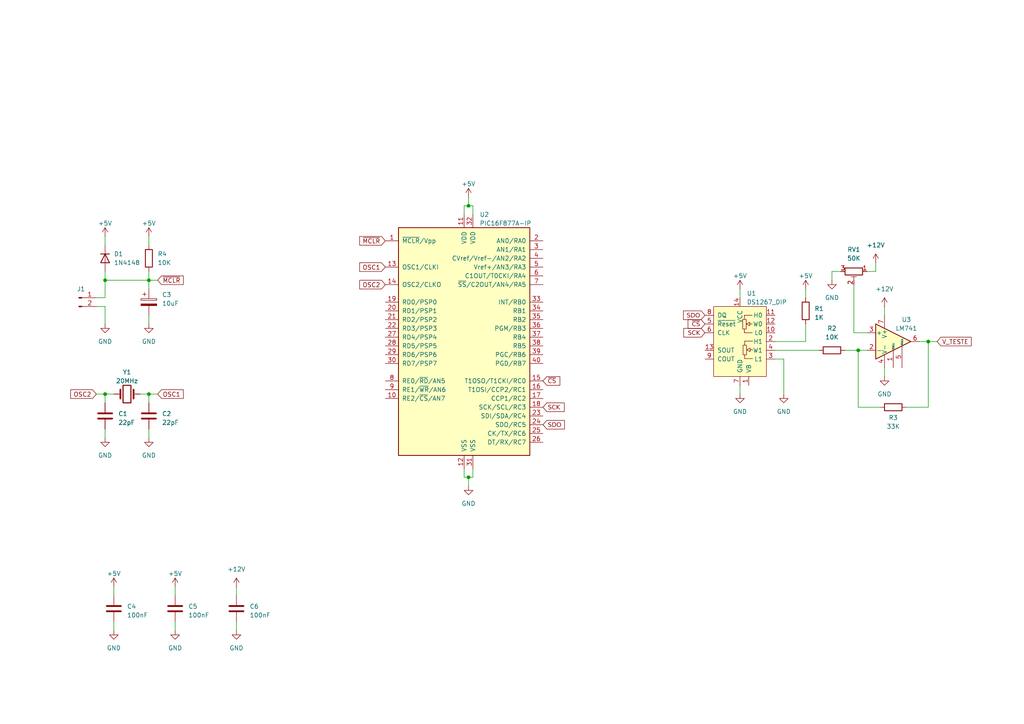
<source format=kicad_sch>
(kicad_sch
	(version 20231120)
	(generator "eeschema")
	(generator_version "8.0")
	(uuid "be124956-f232-44b6-b996-7e93439b9970")
	(paper "A4")
	(lib_symbols
		(symbol "Amplifier_Operational:LM741"
			(pin_names
				(offset 0.127)
			)
			(exclude_from_sim no)
			(in_bom yes)
			(on_board yes)
			(property "Reference" "U"
				(at 0 6.35 0)
				(effects
					(font
						(size 1.27 1.27)
					)
					(justify left)
				)
			)
			(property "Value" "LM741"
				(at 0 3.81 0)
				(effects
					(font
						(size 1.27 1.27)
					)
					(justify left)
				)
			)
			(property "Footprint" ""
				(at 1.27 1.27 0)
				(effects
					(font
						(size 1.27 1.27)
					)
					(hide yes)
				)
			)
			(property "Datasheet" "http://www.ti.com/lit/ds/symlink/lm741.pdf"
				(at 3.81 3.81 0)
				(effects
					(font
						(size 1.27 1.27)
					)
					(hide yes)
				)
			)
			(property "Description" "Operational Amplifier, DIP-8/TO-99-8"
				(at 0 0 0)
				(effects
					(font
						(size 1.27 1.27)
					)
					(hide yes)
				)
			)
			(property "ki_keywords" "single opamp"
				(at 0 0 0)
				(effects
					(font
						(size 1.27 1.27)
					)
					(hide yes)
				)
			)
			(property "ki_fp_filters" "SOIC*3.9x4.9mm*P1.27mm* DIP*W7.62mm* TSSOP*3x3mm*P0.65mm*"
				(at 0 0 0)
				(effects
					(font
						(size 1.27 1.27)
					)
					(hide yes)
				)
			)
			(symbol "LM741_0_1"
				(polyline
					(pts
						(xy -5.08 5.08) (xy 5.08 0) (xy -5.08 -5.08) (xy -5.08 5.08)
					)
					(stroke
						(width 0.254)
						(type default)
					)
					(fill
						(type background)
					)
				)
			)
			(symbol "LM741_1_1"
				(pin input line
					(at 0 -7.62 90)
					(length 5.08)
					(name "NULL"
						(effects
							(font
								(size 0.508 0.508)
							)
						)
					)
					(number "1"
						(effects
							(font
								(size 1.27 1.27)
							)
						)
					)
				)
				(pin input line
					(at -7.62 -2.54 0)
					(length 2.54)
					(name "-"
						(effects
							(font
								(size 1.27 1.27)
							)
						)
					)
					(number "2"
						(effects
							(font
								(size 1.27 1.27)
							)
						)
					)
				)
				(pin input line
					(at -7.62 2.54 0)
					(length 2.54)
					(name "+"
						(effects
							(font
								(size 1.27 1.27)
							)
						)
					)
					(number "3"
						(effects
							(font
								(size 1.27 1.27)
							)
						)
					)
				)
				(pin power_in line
					(at -2.54 -7.62 90)
					(length 3.81)
					(name "V-"
						(effects
							(font
								(size 1.27 1.27)
							)
						)
					)
					(number "4"
						(effects
							(font
								(size 1.27 1.27)
							)
						)
					)
				)
				(pin input line
					(at 2.54 -7.62 90)
					(length 6.35)
					(name "NULL"
						(effects
							(font
								(size 0.508 0.508)
							)
						)
					)
					(number "5"
						(effects
							(font
								(size 1.27 1.27)
							)
						)
					)
				)
				(pin output line
					(at 7.62 0 180)
					(length 2.54)
					(name "~"
						(effects
							(font
								(size 1.27 1.27)
							)
						)
					)
					(number "6"
						(effects
							(font
								(size 1.27 1.27)
							)
						)
					)
				)
				(pin power_in line
					(at -2.54 7.62 270)
					(length 3.81)
					(name "V+"
						(effects
							(font
								(size 1.27 1.27)
							)
						)
					)
					(number "7"
						(effects
							(font
								(size 1.27 1.27)
							)
						)
					)
				)
				(pin no_connect line
					(at 0 2.54 270)
					(length 2.54) hide
					(name "NC"
						(effects
							(font
								(size 1.27 1.27)
							)
						)
					)
					(number "8"
						(effects
							(font
								(size 1.27 1.27)
							)
						)
					)
				)
			)
		)
		(symbol "Connector:Conn_01x02_Pin"
			(pin_names
				(offset 1.016) hide)
			(exclude_from_sim no)
			(in_bom yes)
			(on_board yes)
			(property "Reference" "J"
				(at 0 2.54 0)
				(effects
					(font
						(size 1.27 1.27)
					)
				)
			)
			(property "Value" "Conn_01x02_Pin"
				(at 0 -5.08 0)
				(effects
					(font
						(size 1.27 1.27)
					)
				)
			)
			(property "Footprint" ""
				(at 0 0 0)
				(effects
					(font
						(size 1.27 1.27)
					)
					(hide yes)
				)
			)
			(property "Datasheet" "~"
				(at 0 0 0)
				(effects
					(font
						(size 1.27 1.27)
					)
					(hide yes)
				)
			)
			(property "Description" "Generic connector, single row, 01x02, script generated"
				(at 0 0 0)
				(effects
					(font
						(size 1.27 1.27)
					)
					(hide yes)
				)
			)
			(property "ki_locked" ""
				(at 0 0 0)
				(effects
					(font
						(size 1.27 1.27)
					)
				)
			)
			(property "ki_keywords" "connector"
				(at 0 0 0)
				(effects
					(font
						(size 1.27 1.27)
					)
					(hide yes)
				)
			)
			(property "ki_fp_filters" "Connector*:*_1x??_*"
				(at 0 0 0)
				(effects
					(font
						(size 1.27 1.27)
					)
					(hide yes)
				)
			)
			(symbol "Conn_01x02_Pin_1_1"
				(polyline
					(pts
						(xy 1.27 -2.54) (xy 0.8636 -2.54)
					)
					(stroke
						(width 0.1524)
						(type default)
					)
					(fill
						(type none)
					)
				)
				(polyline
					(pts
						(xy 1.27 0) (xy 0.8636 0)
					)
					(stroke
						(width 0.1524)
						(type default)
					)
					(fill
						(type none)
					)
				)
				(rectangle
					(start 0.8636 -2.413)
					(end 0 -2.667)
					(stroke
						(width 0.1524)
						(type default)
					)
					(fill
						(type outline)
					)
				)
				(rectangle
					(start 0.8636 0.127)
					(end 0 -0.127)
					(stroke
						(width 0.1524)
						(type default)
					)
					(fill
						(type outline)
					)
				)
				(pin passive line
					(at 5.08 0 180)
					(length 3.81)
					(name "Pin_1"
						(effects
							(font
								(size 1.27 1.27)
							)
						)
					)
					(number "1"
						(effects
							(font
								(size 1.27 1.27)
							)
						)
					)
				)
				(pin passive line
					(at 5.08 -2.54 180)
					(length 3.81)
					(name "Pin_2"
						(effects
							(font
								(size 1.27 1.27)
							)
						)
					)
					(number "2"
						(effects
							(font
								(size 1.27 1.27)
							)
						)
					)
				)
			)
		)
		(symbol "Device:C"
			(pin_numbers hide)
			(pin_names
				(offset 0.254)
			)
			(exclude_from_sim no)
			(in_bom yes)
			(on_board yes)
			(property "Reference" "C"
				(at 0.635 2.54 0)
				(effects
					(font
						(size 1.27 1.27)
					)
					(justify left)
				)
			)
			(property "Value" "C"
				(at 0.635 -2.54 0)
				(effects
					(font
						(size 1.27 1.27)
					)
					(justify left)
				)
			)
			(property "Footprint" ""
				(at 0.9652 -3.81 0)
				(effects
					(font
						(size 1.27 1.27)
					)
					(hide yes)
				)
			)
			(property "Datasheet" "~"
				(at 0 0 0)
				(effects
					(font
						(size 1.27 1.27)
					)
					(hide yes)
				)
			)
			(property "Description" "Unpolarized capacitor"
				(at 0 0 0)
				(effects
					(font
						(size 1.27 1.27)
					)
					(hide yes)
				)
			)
			(property "ki_keywords" "cap capacitor"
				(at 0 0 0)
				(effects
					(font
						(size 1.27 1.27)
					)
					(hide yes)
				)
			)
			(property "ki_fp_filters" "C_*"
				(at 0 0 0)
				(effects
					(font
						(size 1.27 1.27)
					)
					(hide yes)
				)
			)
			(symbol "C_0_1"
				(polyline
					(pts
						(xy -2.032 -0.762) (xy 2.032 -0.762)
					)
					(stroke
						(width 0.508)
						(type default)
					)
					(fill
						(type none)
					)
				)
				(polyline
					(pts
						(xy -2.032 0.762) (xy 2.032 0.762)
					)
					(stroke
						(width 0.508)
						(type default)
					)
					(fill
						(type none)
					)
				)
			)
			(symbol "C_1_1"
				(pin passive line
					(at 0 3.81 270)
					(length 2.794)
					(name "~"
						(effects
							(font
								(size 1.27 1.27)
							)
						)
					)
					(number "1"
						(effects
							(font
								(size 1.27 1.27)
							)
						)
					)
				)
				(pin passive line
					(at 0 -3.81 90)
					(length 2.794)
					(name "~"
						(effects
							(font
								(size 1.27 1.27)
							)
						)
					)
					(number "2"
						(effects
							(font
								(size 1.27 1.27)
							)
						)
					)
				)
			)
		)
		(symbol "Device:C_Polarized"
			(pin_numbers hide)
			(pin_names
				(offset 0.254)
			)
			(exclude_from_sim no)
			(in_bom yes)
			(on_board yes)
			(property "Reference" "C"
				(at 0.635 2.54 0)
				(effects
					(font
						(size 1.27 1.27)
					)
					(justify left)
				)
			)
			(property "Value" "C_Polarized"
				(at 0.635 -2.54 0)
				(effects
					(font
						(size 1.27 1.27)
					)
					(justify left)
				)
			)
			(property "Footprint" ""
				(at 0.9652 -3.81 0)
				(effects
					(font
						(size 1.27 1.27)
					)
					(hide yes)
				)
			)
			(property "Datasheet" "~"
				(at 0 0 0)
				(effects
					(font
						(size 1.27 1.27)
					)
					(hide yes)
				)
			)
			(property "Description" "Polarized capacitor"
				(at 0 0 0)
				(effects
					(font
						(size 1.27 1.27)
					)
					(hide yes)
				)
			)
			(property "ki_keywords" "cap capacitor"
				(at 0 0 0)
				(effects
					(font
						(size 1.27 1.27)
					)
					(hide yes)
				)
			)
			(property "ki_fp_filters" "CP_*"
				(at 0 0 0)
				(effects
					(font
						(size 1.27 1.27)
					)
					(hide yes)
				)
			)
			(symbol "C_Polarized_0_1"
				(rectangle
					(start -2.286 0.508)
					(end 2.286 1.016)
					(stroke
						(width 0)
						(type default)
					)
					(fill
						(type none)
					)
				)
				(polyline
					(pts
						(xy -1.778 2.286) (xy -0.762 2.286)
					)
					(stroke
						(width 0)
						(type default)
					)
					(fill
						(type none)
					)
				)
				(polyline
					(pts
						(xy -1.27 2.794) (xy -1.27 1.778)
					)
					(stroke
						(width 0)
						(type default)
					)
					(fill
						(type none)
					)
				)
				(rectangle
					(start 2.286 -0.508)
					(end -2.286 -1.016)
					(stroke
						(width 0)
						(type default)
					)
					(fill
						(type outline)
					)
				)
			)
			(symbol "C_Polarized_1_1"
				(pin passive line
					(at 0 3.81 270)
					(length 2.794)
					(name "~"
						(effects
							(font
								(size 1.27 1.27)
							)
						)
					)
					(number "1"
						(effects
							(font
								(size 1.27 1.27)
							)
						)
					)
				)
				(pin passive line
					(at 0 -3.81 90)
					(length 2.794)
					(name "~"
						(effects
							(font
								(size 1.27 1.27)
							)
						)
					)
					(number "2"
						(effects
							(font
								(size 1.27 1.27)
							)
						)
					)
				)
			)
		)
		(symbol "Device:Crystal"
			(pin_numbers hide)
			(pin_names
				(offset 1.016) hide)
			(exclude_from_sim no)
			(in_bom yes)
			(on_board yes)
			(property "Reference" "Y"
				(at 0 3.81 0)
				(effects
					(font
						(size 1.27 1.27)
					)
				)
			)
			(property "Value" "Crystal"
				(at 0 -3.81 0)
				(effects
					(font
						(size 1.27 1.27)
					)
				)
			)
			(property "Footprint" ""
				(at 0 0 0)
				(effects
					(font
						(size 1.27 1.27)
					)
					(hide yes)
				)
			)
			(property "Datasheet" "~"
				(at 0 0 0)
				(effects
					(font
						(size 1.27 1.27)
					)
					(hide yes)
				)
			)
			(property "Description" "Two pin crystal"
				(at 0 0 0)
				(effects
					(font
						(size 1.27 1.27)
					)
					(hide yes)
				)
			)
			(property "ki_keywords" "quartz ceramic resonator oscillator"
				(at 0 0 0)
				(effects
					(font
						(size 1.27 1.27)
					)
					(hide yes)
				)
			)
			(property "ki_fp_filters" "Crystal*"
				(at 0 0 0)
				(effects
					(font
						(size 1.27 1.27)
					)
					(hide yes)
				)
			)
			(symbol "Crystal_0_1"
				(rectangle
					(start -1.143 2.54)
					(end 1.143 -2.54)
					(stroke
						(width 0.3048)
						(type default)
					)
					(fill
						(type none)
					)
				)
				(polyline
					(pts
						(xy -2.54 0) (xy -1.905 0)
					)
					(stroke
						(width 0)
						(type default)
					)
					(fill
						(type none)
					)
				)
				(polyline
					(pts
						(xy -1.905 -1.27) (xy -1.905 1.27)
					)
					(stroke
						(width 0.508)
						(type default)
					)
					(fill
						(type none)
					)
				)
				(polyline
					(pts
						(xy 1.905 -1.27) (xy 1.905 1.27)
					)
					(stroke
						(width 0.508)
						(type default)
					)
					(fill
						(type none)
					)
				)
				(polyline
					(pts
						(xy 2.54 0) (xy 1.905 0)
					)
					(stroke
						(width 0)
						(type default)
					)
					(fill
						(type none)
					)
				)
			)
			(symbol "Crystal_1_1"
				(pin passive line
					(at -3.81 0 0)
					(length 1.27)
					(name "1"
						(effects
							(font
								(size 1.27 1.27)
							)
						)
					)
					(number "1"
						(effects
							(font
								(size 1.27 1.27)
							)
						)
					)
				)
				(pin passive line
					(at 3.81 0 180)
					(length 1.27)
					(name "2"
						(effects
							(font
								(size 1.27 1.27)
							)
						)
					)
					(number "2"
						(effects
							(font
								(size 1.27 1.27)
							)
						)
					)
				)
			)
		)
		(symbol "Device:R"
			(pin_numbers hide)
			(pin_names
				(offset 0)
			)
			(exclude_from_sim no)
			(in_bom yes)
			(on_board yes)
			(property "Reference" "R"
				(at 2.032 0 90)
				(effects
					(font
						(size 1.27 1.27)
					)
				)
			)
			(property "Value" "R"
				(at 0 0 90)
				(effects
					(font
						(size 1.27 1.27)
					)
				)
			)
			(property "Footprint" ""
				(at -1.778 0 90)
				(effects
					(font
						(size 1.27 1.27)
					)
					(hide yes)
				)
			)
			(property "Datasheet" "~"
				(at 0 0 0)
				(effects
					(font
						(size 1.27 1.27)
					)
					(hide yes)
				)
			)
			(property "Description" "Resistor"
				(at 0 0 0)
				(effects
					(font
						(size 1.27 1.27)
					)
					(hide yes)
				)
			)
			(property "ki_keywords" "R res resistor"
				(at 0 0 0)
				(effects
					(font
						(size 1.27 1.27)
					)
					(hide yes)
				)
			)
			(property "ki_fp_filters" "R_*"
				(at 0 0 0)
				(effects
					(font
						(size 1.27 1.27)
					)
					(hide yes)
				)
			)
			(symbol "R_0_1"
				(rectangle
					(start -1.016 -2.54)
					(end 1.016 2.54)
					(stroke
						(width 0.254)
						(type default)
					)
					(fill
						(type none)
					)
				)
			)
			(symbol "R_1_1"
				(pin passive line
					(at 0 3.81 270)
					(length 1.27)
					(name "~"
						(effects
							(font
								(size 1.27 1.27)
							)
						)
					)
					(number "1"
						(effects
							(font
								(size 1.27 1.27)
							)
						)
					)
				)
				(pin passive line
					(at 0 -3.81 90)
					(length 1.27)
					(name "~"
						(effects
							(font
								(size 1.27 1.27)
							)
						)
					)
					(number "2"
						(effects
							(font
								(size 1.27 1.27)
							)
						)
					)
				)
			)
		)
		(symbol "Device:R_Potentiometer_Trim"
			(pin_names
				(offset 1.016) hide)
			(exclude_from_sim no)
			(in_bom yes)
			(on_board yes)
			(property "Reference" "RV"
				(at -4.445 0 90)
				(effects
					(font
						(size 1.27 1.27)
					)
				)
			)
			(property "Value" "R_Potentiometer_Trim"
				(at -2.54 0 90)
				(effects
					(font
						(size 1.27 1.27)
					)
				)
			)
			(property "Footprint" ""
				(at 0 0 0)
				(effects
					(font
						(size 1.27 1.27)
					)
					(hide yes)
				)
			)
			(property "Datasheet" "~"
				(at 0 0 0)
				(effects
					(font
						(size 1.27 1.27)
					)
					(hide yes)
				)
			)
			(property "Description" "Trim-potentiometer"
				(at 0 0 0)
				(effects
					(font
						(size 1.27 1.27)
					)
					(hide yes)
				)
			)
			(property "ki_keywords" "resistor variable trimpot trimmer"
				(at 0 0 0)
				(effects
					(font
						(size 1.27 1.27)
					)
					(hide yes)
				)
			)
			(property "ki_fp_filters" "Potentiometer*"
				(at 0 0 0)
				(effects
					(font
						(size 1.27 1.27)
					)
					(hide yes)
				)
			)
			(symbol "R_Potentiometer_Trim_0_1"
				(polyline
					(pts
						(xy 1.524 0.762) (xy 1.524 -0.762)
					)
					(stroke
						(width 0)
						(type default)
					)
					(fill
						(type none)
					)
				)
				(polyline
					(pts
						(xy 2.54 0) (xy 1.524 0)
					)
					(stroke
						(width 0)
						(type default)
					)
					(fill
						(type none)
					)
				)
				(rectangle
					(start 1.016 2.54)
					(end -1.016 -2.54)
					(stroke
						(width 0.254)
						(type default)
					)
					(fill
						(type none)
					)
				)
			)
			(symbol "R_Potentiometer_Trim_1_1"
				(pin passive line
					(at 0 3.81 270)
					(length 1.27)
					(name "1"
						(effects
							(font
								(size 1.27 1.27)
							)
						)
					)
					(number "1"
						(effects
							(font
								(size 1.27 1.27)
							)
						)
					)
				)
				(pin passive line
					(at 3.81 0 180)
					(length 1.27)
					(name "2"
						(effects
							(font
								(size 1.27 1.27)
							)
						)
					)
					(number "2"
						(effects
							(font
								(size 1.27 1.27)
							)
						)
					)
				)
				(pin passive line
					(at 0 -3.81 90)
					(length 1.27)
					(name "3"
						(effects
							(font
								(size 1.27 1.27)
							)
						)
					)
					(number "3"
						(effects
							(font
								(size 1.27 1.27)
							)
						)
					)
				)
			)
		)
		(symbol "Diode:1N4148"
			(pin_numbers hide)
			(pin_names hide)
			(exclude_from_sim no)
			(in_bom yes)
			(on_board yes)
			(property "Reference" "D"
				(at 0 2.54 0)
				(effects
					(font
						(size 1.27 1.27)
					)
				)
			)
			(property "Value" "1N4148"
				(at 0 -2.54 0)
				(effects
					(font
						(size 1.27 1.27)
					)
				)
			)
			(property "Footprint" "Diode_THT:D_DO-35_SOD27_P7.62mm_Horizontal"
				(at 0 0 0)
				(effects
					(font
						(size 1.27 1.27)
					)
					(hide yes)
				)
			)
			(property "Datasheet" "https://assets.nexperia.com/documents/data-sheet/1N4148_1N4448.pdf"
				(at 0 0 0)
				(effects
					(font
						(size 1.27 1.27)
					)
					(hide yes)
				)
			)
			(property "Description" "100V 0.15A standard switching diode, DO-35"
				(at 0 0 0)
				(effects
					(font
						(size 1.27 1.27)
					)
					(hide yes)
				)
			)
			(property "Sim.Device" "D"
				(at 0 0 0)
				(effects
					(font
						(size 1.27 1.27)
					)
					(hide yes)
				)
			)
			(property "Sim.Pins" "1=K 2=A"
				(at 0 0 0)
				(effects
					(font
						(size 1.27 1.27)
					)
					(hide yes)
				)
			)
			(property "ki_keywords" "diode"
				(at 0 0 0)
				(effects
					(font
						(size 1.27 1.27)
					)
					(hide yes)
				)
			)
			(property "ki_fp_filters" "D*DO?35*"
				(at 0 0 0)
				(effects
					(font
						(size 1.27 1.27)
					)
					(hide yes)
				)
			)
			(symbol "1N4148_0_1"
				(polyline
					(pts
						(xy -1.27 1.27) (xy -1.27 -1.27)
					)
					(stroke
						(width 0.254)
						(type default)
					)
					(fill
						(type none)
					)
				)
				(polyline
					(pts
						(xy 1.27 0) (xy -1.27 0)
					)
					(stroke
						(width 0)
						(type default)
					)
					(fill
						(type none)
					)
				)
				(polyline
					(pts
						(xy 1.27 1.27) (xy 1.27 -1.27) (xy -1.27 0) (xy 1.27 1.27)
					)
					(stroke
						(width 0.254)
						(type default)
					)
					(fill
						(type none)
					)
				)
			)
			(symbol "1N4148_1_1"
				(pin passive line
					(at -3.81 0 0)
					(length 2.54)
					(name "K"
						(effects
							(font
								(size 1.27 1.27)
							)
						)
					)
					(number "1"
						(effects
							(font
								(size 1.27 1.27)
							)
						)
					)
				)
				(pin passive line
					(at 3.81 0 180)
					(length 2.54)
					(name "A"
						(effects
							(font
								(size 1.27 1.27)
							)
						)
					)
					(number "2"
						(effects
							(font
								(size 1.27 1.27)
							)
						)
					)
				)
			)
		)
		(symbol "MCU_Microchip_PIC16:PIC16F877A-IP"
			(pin_names
				(offset 1.016)
			)
			(exclude_from_sim no)
			(in_bom yes)
			(on_board yes)
			(property "Reference" "U"
				(at 5.08 35.56 0)
				(effects
					(font
						(size 1.27 1.27)
					)
					(justify left)
				)
			)
			(property "Value" "PIC16F877A-IP"
				(at 5.08 33.02 0)
				(effects
					(font
						(size 1.27 1.27)
					)
					(justify left)
				)
			)
			(property "Footprint" ""
				(at 0 0 0)
				(effects
					(font
						(size 1.27 1.27)
						(italic yes)
					)
					(hide yes)
				)
			)
			(property "Datasheet" "http://ww1.microchip.com/downloads/en/DeviceDoc/39582b.pdf"
				(at 0 0 0)
				(effects
					(font
						(size 1.27 1.27)
					)
					(hide yes)
				)
			)
			(property "Description" "8W Flash, 386B SRAM, 256B EEPROM, DIP40"
				(at 0 0 0)
				(effects
					(font
						(size 1.27 1.27)
					)
					(hide yes)
				)
			)
			(property "ki_keywords" "Flash-Based 8-Bit CMOS Microcontroller"
				(at 0 0 0)
				(effects
					(font
						(size 1.27 1.27)
					)
					(hide yes)
				)
			)
			(property "ki_fp_filters" "DIP* PDIP*"
				(at 0 0 0)
				(effects
					(font
						(size 1.27 1.27)
					)
					(hide yes)
				)
			)
			(symbol "PIC16F877A-IP_0_1"
				(rectangle
					(start -19.05 31.75)
					(end 19.05 -34.29)
					(stroke
						(width 0.254)
						(type default)
					)
					(fill
						(type background)
					)
				)
			)
			(symbol "PIC16F877A-IP_1_1"
				(pin input line
					(at -22.86 27.94 0)
					(length 3.81)
					(name "~{MCLR}/Vpp"
						(effects
							(font
								(size 1.27 1.27)
							)
						)
					)
					(number "1"
						(effects
							(font
								(size 1.27 1.27)
							)
						)
					)
				)
				(pin bidirectional line
					(at -22.86 -17.78 0)
					(length 3.81)
					(name "RE2/~{CS}/AN7"
						(effects
							(font
								(size 1.27 1.27)
							)
						)
					)
					(number "10"
						(effects
							(font
								(size 1.27 1.27)
							)
						)
					)
				)
				(pin power_in line
					(at 0 35.56 270)
					(length 3.81)
					(name "VDD"
						(effects
							(font
								(size 1.27 1.27)
							)
						)
					)
					(number "11"
						(effects
							(font
								(size 1.27 1.27)
							)
						)
					)
				)
				(pin power_in line
					(at 0 -38.1 90)
					(length 3.81)
					(name "VSS"
						(effects
							(font
								(size 1.27 1.27)
							)
						)
					)
					(number "12"
						(effects
							(font
								(size 1.27 1.27)
							)
						)
					)
				)
				(pin input line
					(at -22.86 20.32 0)
					(length 3.81)
					(name "OSC1/CLKI"
						(effects
							(font
								(size 1.27 1.27)
							)
						)
					)
					(number "13"
						(effects
							(font
								(size 1.27 1.27)
							)
						)
					)
				)
				(pin output line
					(at -22.86 15.24 0)
					(length 3.81)
					(name "OSC2/CLKO"
						(effects
							(font
								(size 1.27 1.27)
							)
						)
					)
					(number "14"
						(effects
							(font
								(size 1.27 1.27)
							)
						)
					)
				)
				(pin bidirectional line
					(at 22.86 -12.7 180)
					(length 3.81)
					(name "T1OSO/T1CKI/RC0"
						(effects
							(font
								(size 1.27 1.27)
							)
						)
					)
					(number "15"
						(effects
							(font
								(size 1.27 1.27)
							)
						)
					)
				)
				(pin bidirectional line
					(at 22.86 -15.24 180)
					(length 3.81)
					(name "T1OSI/CCP2/RC1"
						(effects
							(font
								(size 1.27 1.27)
							)
						)
					)
					(number "16"
						(effects
							(font
								(size 1.27 1.27)
							)
						)
					)
				)
				(pin bidirectional line
					(at 22.86 -17.78 180)
					(length 3.81)
					(name "CCP1/RC2"
						(effects
							(font
								(size 1.27 1.27)
							)
						)
					)
					(number "17"
						(effects
							(font
								(size 1.27 1.27)
							)
						)
					)
				)
				(pin bidirectional line
					(at 22.86 -20.32 180)
					(length 3.81)
					(name "SCK/SCL/RC3"
						(effects
							(font
								(size 1.27 1.27)
							)
						)
					)
					(number "18"
						(effects
							(font
								(size 1.27 1.27)
							)
						)
					)
				)
				(pin bidirectional line
					(at -22.86 10.16 0)
					(length 3.81)
					(name "RD0/PSP0"
						(effects
							(font
								(size 1.27 1.27)
							)
						)
					)
					(number "19"
						(effects
							(font
								(size 1.27 1.27)
							)
						)
					)
				)
				(pin bidirectional line
					(at 22.86 27.94 180)
					(length 3.81)
					(name "AN0/RA0"
						(effects
							(font
								(size 1.27 1.27)
							)
						)
					)
					(number "2"
						(effects
							(font
								(size 1.27 1.27)
							)
						)
					)
				)
				(pin bidirectional line
					(at -22.86 7.62 0)
					(length 3.81)
					(name "RD1/PSP1"
						(effects
							(font
								(size 1.27 1.27)
							)
						)
					)
					(number "20"
						(effects
							(font
								(size 1.27 1.27)
							)
						)
					)
				)
				(pin bidirectional line
					(at -22.86 5.08 0)
					(length 3.81)
					(name "RD2/PSP2"
						(effects
							(font
								(size 1.27 1.27)
							)
						)
					)
					(number "21"
						(effects
							(font
								(size 1.27 1.27)
							)
						)
					)
				)
				(pin bidirectional line
					(at -22.86 2.54 0)
					(length 3.81)
					(name "RD3/PSP3"
						(effects
							(font
								(size 1.27 1.27)
							)
						)
					)
					(number "22"
						(effects
							(font
								(size 1.27 1.27)
							)
						)
					)
				)
				(pin bidirectional line
					(at 22.86 -22.86 180)
					(length 3.81)
					(name "SDI/SDA/RC4"
						(effects
							(font
								(size 1.27 1.27)
							)
						)
					)
					(number "23"
						(effects
							(font
								(size 1.27 1.27)
							)
						)
					)
				)
				(pin bidirectional line
					(at 22.86 -25.4 180)
					(length 3.81)
					(name "SDO/RC5"
						(effects
							(font
								(size 1.27 1.27)
							)
						)
					)
					(number "24"
						(effects
							(font
								(size 1.27 1.27)
							)
						)
					)
				)
				(pin bidirectional line
					(at 22.86 -27.94 180)
					(length 3.81)
					(name "CK/TX/RC6"
						(effects
							(font
								(size 1.27 1.27)
							)
						)
					)
					(number "25"
						(effects
							(font
								(size 1.27 1.27)
							)
						)
					)
				)
				(pin bidirectional line
					(at 22.86 -30.48 180)
					(length 3.81)
					(name "DT/RX/RC7"
						(effects
							(font
								(size 1.27 1.27)
							)
						)
					)
					(number "26"
						(effects
							(font
								(size 1.27 1.27)
							)
						)
					)
				)
				(pin bidirectional line
					(at -22.86 0 0)
					(length 3.81)
					(name "RD4/PSP4"
						(effects
							(font
								(size 1.27 1.27)
							)
						)
					)
					(number "27"
						(effects
							(font
								(size 1.27 1.27)
							)
						)
					)
				)
				(pin bidirectional line
					(at -22.86 -2.54 0)
					(length 3.81)
					(name "RD5/PSP5"
						(effects
							(font
								(size 1.27 1.27)
							)
						)
					)
					(number "28"
						(effects
							(font
								(size 1.27 1.27)
							)
						)
					)
				)
				(pin bidirectional line
					(at -22.86 -5.08 0)
					(length 3.81)
					(name "RD6/PSP6"
						(effects
							(font
								(size 1.27 1.27)
							)
						)
					)
					(number "29"
						(effects
							(font
								(size 1.27 1.27)
							)
						)
					)
				)
				(pin bidirectional line
					(at 22.86 25.4 180)
					(length 3.81)
					(name "AN1/RA1"
						(effects
							(font
								(size 1.27 1.27)
							)
						)
					)
					(number "3"
						(effects
							(font
								(size 1.27 1.27)
							)
						)
					)
				)
				(pin bidirectional line
					(at -22.86 -7.62 0)
					(length 3.81)
					(name "RD7/PSP7"
						(effects
							(font
								(size 1.27 1.27)
							)
						)
					)
					(number "30"
						(effects
							(font
								(size 1.27 1.27)
							)
						)
					)
				)
				(pin power_in line
					(at 2.54 -38.1 90)
					(length 3.81)
					(name "VSS"
						(effects
							(font
								(size 1.27 1.27)
							)
						)
					)
					(number "31"
						(effects
							(font
								(size 1.27 1.27)
							)
						)
					)
				)
				(pin power_in line
					(at 2.54 35.56 270)
					(length 3.81)
					(name "VDD"
						(effects
							(font
								(size 1.27 1.27)
							)
						)
					)
					(number "32"
						(effects
							(font
								(size 1.27 1.27)
							)
						)
					)
				)
				(pin bidirectional line
					(at 22.86 10.16 180)
					(length 3.81)
					(name "INT/RB0"
						(effects
							(font
								(size 1.27 1.27)
							)
						)
					)
					(number "33"
						(effects
							(font
								(size 1.27 1.27)
							)
						)
					)
				)
				(pin bidirectional line
					(at 22.86 7.62 180)
					(length 3.81)
					(name "RB1"
						(effects
							(font
								(size 1.27 1.27)
							)
						)
					)
					(number "34"
						(effects
							(font
								(size 1.27 1.27)
							)
						)
					)
				)
				(pin bidirectional line
					(at 22.86 5.08 180)
					(length 3.81)
					(name "RB2"
						(effects
							(font
								(size 1.27 1.27)
							)
						)
					)
					(number "35"
						(effects
							(font
								(size 1.27 1.27)
							)
						)
					)
				)
				(pin bidirectional line
					(at 22.86 2.54 180)
					(length 3.81)
					(name "PGM/RB3"
						(effects
							(font
								(size 1.27 1.27)
							)
						)
					)
					(number "36"
						(effects
							(font
								(size 1.27 1.27)
							)
						)
					)
				)
				(pin bidirectional line
					(at 22.86 0 180)
					(length 3.81)
					(name "RB4"
						(effects
							(font
								(size 1.27 1.27)
							)
						)
					)
					(number "37"
						(effects
							(font
								(size 1.27 1.27)
							)
						)
					)
				)
				(pin bidirectional line
					(at 22.86 -2.54 180)
					(length 3.81)
					(name "RB5"
						(effects
							(font
								(size 1.27 1.27)
							)
						)
					)
					(number "38"
						(effects
							(font
								(size 1.27 1.27)
							)
						)
					)
				)
				(pin bidirectional line
					(at 22.86 -5.08 180)
					(length 3.81)
					(name "PGC/RB6"
						(effects
							(font
								(size 1.27 1.27)
							)
						)
					)
					(number "39"
						(effects
							(font
								(size 1.27 1.27)
							)
						)
					)
				)
				(pin bidirectional line
					(at 22.86 22.86 180)
					(length 3.81)
					(name "CVref/Vref-/AN2/RA2"
						(effects
							(font
								(size 1.27 1.27)
							)
						)
					)
					(number "4"
						(effects
							(font
								(size 1.27 1.27)
							)
						)
					)
				)
				(pin bidirectional line
					(at 22.86 -7.62 180)
					(length 3.81)
					(name "PGD/RB7"
						(effects
							(font
								(size 1.27 1.27)
							)
						)
					)
					(number "40"
						(effects
							(font
								(size 1.27 1.27)
							)
						)
					)
				)
				(pin bidirectional line
					(at 22.86 20.32 180)
					(length 3.81)
					(name "Vref+/AN3/RA3"
						(effects
							(font
								(size 1.27 1.27)
							)
						)
					)
					(number "5"
						(effects
							(font
								(size 1.27 1.27)
							)
						)
					)
				)
				(pin bidirectional line
					(at 22.86 17.78 180)
					(length 3.81)
					(name "C1OUT/T0CKI/RA4"
						(effects
							(font
								(size 1.27 1.27)
							)
						)
					)
					(number "6"
						(effects
							(font
								(size 1.27 1.27)
							)
						)
					)
				)
				(pin bidirectional line
					(at 22.86 15.24 180)
					(length 3.81)
					(name "~{SS}/C2OUT/AN4/RA5"
						(effects
							(font
								(size 1.27 1.27)
							)
						)
					)
					(number "7"
						(effects
							(font
								(size 1.27 1.27)
							)
						)
					)
				)
				(pin bidirectional line
					(at -22.86 -12.7 0)
					(length 3.81)
					(name "RE0/~{RD}/AN5"
						(effects
							(font
								(size 1.27 1.27)
							)
						)
					)
					(number "8"
						(effects
							(font
								(size 1.27 1.27)
							)
						)
					)
				)
				(pin bidirectional line
					(at -22.86 -15.24 0)
					(length 3.81)
					(name "RE1/~{WR}/AN6"
						(effects
							(font
								(size 1.27 1.27)
							)
						)
					)
					(number "9"
						(effects
							(font
								(size 1.27 1.27)
							)
						)
					)
				)
			)
		)
		(symbol "Potentiometer_Digital:DS1267_DIP"
			(pin_names
				(offset 1.016)
			)
			(exclude_from_sim no)
			(in_bom yes)
			(on_board yes)
			(property "Reference" "U"
				(at -6.35 11.43 0)
				(effects
					(font
						(size 1.27 1.27)
					)
					(justify left)
				)
			)
			(property "Value" "DS1267_DIP"
				(at 1.27 11.43 0)
				(effects
					(font
						(size 1.27 1.27)
					)
					(justify left)
				)
			)
			(property "Footprint" "Package_DIP:DIP-14_W7.62mm"
				(at 19.05 -11.43 0)
				(effects
					(font
						(size 1.27 1.27)
					)
					(hide yes)
				)
			)
			(property "Datasheet" "https://datasheets.maximintegrated.com/en/ds/DS1267.pdf"
				(at 0 1.27 0)
				(effects
					(font
						(size 1.27 1.27)
					)
					(hide yes)
				)
			)
			(property "Description" "Dual Digital Potentiometer, Serial, 256 Steps, DIP-14"
				(at 0 0 0)
				(effects
					(font
						(size 1.27 1.27)
					)
					(hide yes)
				)
			)
			(property "ki_keywords" "Dual Digital Potentiometer Maxim"
				(at 0 0 0)
				(effects
					(font
						(size 1.27 1.27)
					)
					(hide yes)
				)
			)
			(property "ki_fp_filters" "DIP*W7.62mm*"
				(at 0 0 0)
				(effects
					(font
						(size 1.27 1.27)
					)
					(hide yes)
				)
			)
			(symbol "DS1267_DIP_0_1"
				(rectangle
					(start -7.62 10.16)
					(end 7.62 -10.16)
					(stroke
						(width 0)
						(type default)
					)
					(fill
						(type background)
					)
				)
				(rectangle
					(start -5.08 7.62)
					(end -5.08 7.62)
					(stroke
						(width 0)
						(type default)
					)
					(fill
						(type none)
					)
				)
				(polyline
					(pts
						(xy 1.27 2.794) (xy 1.27 3.6322)
					)
					(stroke
						(width 0)
						(type default)
					)
					(fill
						(type none)
					)
				)
				(polyline
					(pts
						(xy 1.27 7.3914) (xy 1.27 6.4516)
					)
					(stroke
						(width 0)
						(type default)
					)
					(fill
						(type none)
					)
				)
				(polyline
					(pts
						(xy 1.3716 -4.699) (xy 1.3716 -3.8608)
					)
					(stroke
						(width 0)
						(type default)
					)
					(fill
						(type none)
					)
				)
				(polyline
					(pts
						(xy 1.3716 -0.1016) (xy 1.3716 -1.0414)
					)
					(stroke
						(width 0)
						(type default)
					)
					(fill
						(type none)
					)
				)
				(polyline
					(pts
						(xy 2.8448 5.1054) (xy 3.556 5.1054)
					)
					(stroke
						(width 0)
						(type default)
					)
					(fill
						(type none)
					)
				)
				(polyline
					(pts
						(xy 2.9464 -2.3876) (xy 3.6576 -2.3876)
					)
					(stroke
						(width 0)
						(type default)
					)
					(fill
						(type none)
					)
				)
				(polyline
					(pts
						(xy 1.27 2.54) (xy 1.27 2.794) (xy 1.27 2.794)
					)
					(stroke
						(width 0)
						(type default)
					)
					(fill
						(type background)
					)
				)
				(polyline
					(pts
						(xy 1.27 2.54) (xy 3.556 2.54) (xy 3.556 2.54)
					)
					(stroke
						(width 0)
						(type default)
					)
					(fill
						(type background)
					)
				)
				(polyline
					(pts
						(xy 1.27 7.62) (xy 1.27 7.366) (xy 1.27 7.366)
					)
					(stroke
						(width 0)
						(type default)
					)
					(fill
						(type none)
					)
				)
				(polyline
					(pts
						(xy 1.27 7.62) (xy 3.556 7.62) (xy 3.556 7.62)
					)
					(stroke
						(width 0)
						(type default)
					)
					(fill
						(type background)
					)
				)
				(polyline
					(pts
						(xy 1.3716 -4.953) (xy 1.3716 -4.699) (xy 1.3716 -4.699)
					)
					(stroke
						(width 0)
						(type default)
					)
					(fill
						(type background)
					)
				)
				(polyline
					(pts
						(xy 1.3716 -4.953) (xy 3.6576 -4.953) (xy 3.6576 -4.953)
					)
					(stroke
						(width 0)
						(type default)
					)
					(fill
						(type background)
					)
				)
				(polyline
					(pts
						(xy 1.3716 0.127) (xy 1.3716 -0.127) (xy 1.3716 -0.127)
					)
					(stroke
						(width 0)
						(type default)
					)
					(fill
						(type none)
					)
				)
				(polyline
					(pts
						(xy 1.3716 0.127) (xy 3.6576 0.127) (xy 3.6576 0.127)
					)
					(stroke
						(width 0)
						(type default)
					)
					(fill
						(type background)
					)
				)
				(polyline
					(pts
						(xy 2.8448 5.588) (xy 2.8448 4.572) (xy 1.8288 5.08) (xy 2.8448 5.588) (xy 2.8448 5.588)
					)
					(stroke
						(width 0)
						(type default)
					)
					(fill
						(type background)
					)
				)
				(polyline
					(pts
						(xy 2.9464 -1.905) (xy 2.9464 -2.921) (xy 1.9304 -2.413) (xy 2.9464 -1.905) (xy 2.9464 -1.905)
					)
					(stroke
						(width 0)
						(type default)
					)
					(fill
						(type background)
					)
				)
				(rectangle
					(start 0.7874 6.4262)
					(end 1.8034 3.6322)
					(stroke
						(width 0)
						(type default)
					)
					(fill
						(type none)
					)
				)
				(rectangle
					(start 0.889 -1.0668)
					(end 1.905 -3.8608)
					(stroke
						(width 0)
						(type default)
					)
					(fill
						(type none)
					)
				)
			)
			(symbol "DS1267_DIP_1_1"
				(pin power_in line
					(at 2.54 -12.7 90)
					(length 2.54)
					(name "VB"
						(effects
							(font
								(size 1.27 1.27)
							)
						)
					)
					(number "1"
						(effects
							(font
								(size 1.27 1.27)
							)
						)
					)
				)
				(pin passive line
					(at 10.16 2.54 180)
					(length 2.54)
					(name "L0"
						(effects
							(font
								(size 1.27 1.27)
							)
						)
					)
					(number "10"
						(effects
							(font
								(size 1.27 1.27)
							)
						)
					)
				)
				(pin passive line
					(at 10.16 7.62 180)
					(length 2.54)
					(name "H0"
						(effects
							(font
								(size 1.27 1.27)
							)
						)
					)
					(number "11"
						(effects
							(font
								(size 1.27 1.27)
							)
						)
					)
				)
				(pin passive line
					(at 10.16 5.08 180)
					(length 2.54)
					(name "W0"
						(effects
							(font
								(size 1.27 1.27)
							)
						)
					)
					(number "12"
						(effects
							(font
								(size 1.27 1.27)
							)
						)
					)
				)
				(pin output line
					(at -10.16 -2.54 0)
					(length 2.54)
					(name "SOUT"
						(effects
							(font
								(size 1.27 1.27)
							)
						)
					)
					(number "13"
						(effects
							(font
								(size 1.27 1.27)
							)
						)
					)
				)
				(pin power_in line
					(at 0 12.7 270)
					(length 2.54)
					(name "VCC"
						(effects
							(font
								(size 1.27 1.27)
							)
						)
					)
					(number "14"
						(effects
							(font
								(size 1.27 1.27)
							)
						)
					)
				)
				(pin passive line
					(at 10.16 0 180)
					(length 2.54)
					(name "H1"
						(effects
							(font
								(size 1.27 1.27)
							)
						)
					)
					(number "2"
						(effects
							(font
								(size 1.27 1.27)
							)
						)
					)
				)
				(pin passive line
					(at 10.16 -5.08 180)
					(length 2.54)
					(name "L1"
						(effects
							(font
								(size 1.27 1.27)
							)
						)
					)
					(number "3"
						(effects
							(font
								(size 1.27 1.27)
							)
						)
					)
				)
				(pin passive line
					(at 10.16 -2.54 180)
					(length 2.54)
					(name "W1"
						(effects
							(font
								(size 1.27 1.27)
							)
						)
					)
					(number "4"
						(effects
							(font
								(size 1.27 1.27)
							)
						)
					)
				)
				(pin input line
					(at -10.16 5.08 0)
					(length 2.54)
					(name "~{Reset}"
						(effects
							(font
								(size 1.27 1.27)
							)
						)
					)
					(number "5"
						(effects
							(font
								(size 1.27 1.27)
							)
						)
					)
				)
				(pin input line
					(at -10.16 2.54 0)
					(length 2.54)
					(name "CLK"
						(effects
							(font
								(size 1.27 1.27)
							)
						)
					)
					(number "6"
						(effects
							(font
								(size 1.27 1.27)
							)
						)
					)
				)
				(pin power_in line
					(at 0 -12.7 90)
					(length 2.54)
					(name "GND"
						(effects
							(font
								(size 1.27 1.27)
							)
						)
					)
					(number "7"
						(effects
							(font
								(size 1.27 1.27)
							)
						)
					)
				)
				(pin input line
					(at -10.16 7.62 0)
					(length 2.54)
					(name "DQ"
						(effects
							(font
								(size 1.27 1.27)
							)
						)
					)
					(number "8"
						(effects
							(font
								(size 1.27 1.27)
							)
						)
					)
				)
				(pin output line
					(at -10.16 -5.08 0)
					(length 2.54)
					(name "COUT"
						(effects
							(font
								(size 1.27 1.27)
							)
						)
					)
					(number "9"
						(effects
							(font
								(size 1.27 1.27)
							)
						)
					)
				)
			)
		)
		(symbol "power:+12V"
			(power)
			(pin_numbers hide)
			(pin_names
				(offset 0) hide)
			(exclude_from_sim no)
			(in_bom yes)
			(on_board yes)
			(property "Reference" "#PWR"
				(at 0 -3.81 0)
				(effects
					(font
						(size 1.27 1.27)
					)
					(hide yes)
				)
			)
			(property "Value" "+12V"
				(at 0 3.556 0)
				(effects
					(font
						(size 1.27 1.27)
					)
				)
			)
			(property "Footprint" ""
				(at 0 0 0)
				(effects
					(font
						(size 1.27 1.27)
					)
					(hide yes)
				)
			)
			(property "Datasheet" ""
				(at 0 0 0)
				(effects
					(font
						(size 1.27 1.27)
					)
					(hide yes)
				)
			)
			(property "Description" "Power symbol creates a global label with name \"+12V\""
				(at 0 0 0)
				(effects
					(font
						(size 1.27 1.27)
					)
					(hide yes)
				)
			)
			(property "ki_keywords" "global power"
				(at 0 0 0)
				(effects
					(font
						(size 1.27 1.27)
					)
					(hide yes)
				)
			)
			(symbol "+12V_0_1"
				(polyline
					(pts
						(xy -0.762 1.27) (xy 0 2.54)
					)
					(stroke
						(width 0)
						(type default)
					)
					(fill
						(type none)
					)
				)
				(polyline
					(pts
						(xy 0 0) (xy 0 2.54)
					)
					(stroke
						(width 0)
						(type default)
					)
					(fill
						(type none)
					)
				)
				(polyline
					(pts
						(xy 0 2.54) (xy 0.762 1.27)
					)
					(stroke
						(width 0)
						(type default)
					)
					(fill
						(type none)
					)
				)
			)
			(symbol "+12V_1_1"
				(pin power_in line
					(at 0 0 90)
					(length 0)
					(name "~"
						(effects
							(font
								(size 1.27 1.27)
							)
						)
					)
					(number "1"
						(effects
							(font
								(size 1.27 1.27)
							)
						)
					)
				)
			)
		)
		(symbol "power:+5V"
			(power)
			(pin_names
				(offset 0)
			)
			(exclude_from_sim no)
			(in_bom yes)
			(on_board yes)
			(property "Reference" "#PWR"
				(at 0 -3.81 0)
				(effects
					(font
						(size 1.27 1.27)
					)
					(hide yes)
				)
			)
			(property "Value" "+5V"
				(at 0 3.556 0)
				(effects
					(font
						(size 1.27 1.27)
					)
				)
			)
			(property "Footprint" ""
				(at 0 0 0)
				(effects
					(font
						(size 1.27 1.27)
					)
					(hide yes)
				)
			)
			(property "Datasheet" ""
				(at 0 0 0)
				(effects
					(font
						(size 1.27 1.27)
					)
					(hide yes)
				)
			)
			(property "Description" "Power symbol creates a global label with name \"+5V\""
				(at 0 0 0)
				(effects
					(font
						(size 1.27 1.27)
					)
					(hide yes)
				)
			)
			(property "ki_keywords" "global power"
				(at 0 0 0)
				(effects
					(font
						(size 1.27 1.27)
					)
					(hide yes)
				)
			)
			(symbol "+5V_0_1"
				(polyline
					(pts
						(xy -0.762 1.27) (xy 0 2.54)
					)
					(stroke
						(width 0)
						(type default)
					)
					(fill
						(type none)
					)
				)
				(polyline
					(pts
						(xy 0 0) (xy 0 2.54)
					)
					(stroke
						(width 0)
						(type default)
					)
					(fill
						(type none)
					)
				)
				(polyline
					(pts
						(xy 0 2.54) (xy 0.762 1.27)
					)
					(stroke
						(width 0)
						(type default)
					)
					(fill
						(type none)
					)
				)
			)
			(symbol "+5V_1_1"
				(pin power_in line
					(at 0 0 90)
					(length 0) hide
					(name "+5V"
						(effects
							(font
								(size 1.27 1.27)
							)
						)
					)
					(number "1"
						(effects
							(font
								(size 1.27 1.27)
							)
						)
					)
				)
			)
		)
		(symbol "power:GND"
			(power)
			(pin_names
				(offset 0)
			)
			(exclude_from_sim no)
			(in_bom yes)
			(on_board yes)
			(property "Reference" "#PWR"
				(at 0 -6.35 0)
				(effects
					(font
						(size 1.27 1.27)
					)
					(hide yes)
				)
			)
			(property "Value" "GND"
				(at 0 -3.81 0)
				(effects
					(font
						(size 1.27 1.27)
					)
				)
			)
			(property "Footprint" ""
				(at 0 0 0)
				(effects
					(font
						(size 1.27 1.27)
					)
					(hide yes)
				)
			)
			(property "Datasheet" ""
				(at 0 0 0)
				(effects
					(font
						(size 1.27 1.27)
					)
					(hide yes)
				)
			)
			(property "Description" "Power symbol creates a global label with name \"GND\" , ground"
				(at 0 0 0)
				(effects
					(font
						(size 1.27 1.27)
					)
					(hide yes)
				)
			)
			(property "ki_keywords" "global power"
				(at 0 0 0)
				(effects
					(font
						(size 1.27 1.27)
					)
					(hide yes)
				)
			)
			(symbol "GND_0_1"
				(polyline
					(pts
						(xy 0 0) (xy 0 -1.27) (xy 1.27 -1.27) (xy 0 -2.54) (xy -1.27 -1.27) (xy 0 -1.27)
					)
					(stroke
						(width 0)
						(type default)
					)
					(fill
						(type none)
					)
				)
			)
			(symbol "GND_1_1"
				(pin power_in line
					(at 0 0 270)
					(length 0) hide
					(name "GND"
						(effects
							(font
								(size 1.27 1.27)
							)
						)
					)
					(number "1"
						(effects
							(font
								(size 1.27 1.27)
							)
						)
					)
				)
			)
		)
	)
	(junction
		(at 248.92 101.6)
		(diameter 0)
		(color 0 0 0 0)
		(uuid "03e24a9a-211d-434d-9908-f071d81d8cad")
	)
	(junction
		(at 30.48 114.3)
		(diameter 0)
		(color 0 0 0 0)
		(uuid "354dbc0a-c002-4157-8f1a-486136315549")
	)
	(junction
		(at 135.89 138.43)
		(diameter 0)
		(color 0 0 0 0)
		(uuid "3b03b4f0-49ae-45e5-8265-fbfcf6513108")
	)
	(junction
		(at 269.24 99.06)
		(diameter 0)
		(color 0 0 0 0)
		(uuid "4963b182-f520-480e-ace5-6734a91973db")
	)
	(junction
		(at 30.48 81.28)
		(diameter 0)
		(color 0 0 0 0)
		(uuid "9795764e-4802-4c0a-8a9a-3614392e009b")
	)
	(junction
		(at 43.18 114.3)
		(diameter 0)
		(color 0 0 0 0)
		(uuid "9cd47c6a-5d8a-4bc7-afc9-73a834d50d30")
	)
	(junction
		(at 135.89 59.69)
		(diameter 0)
		(color 0 0 0 0)
		(uuid "b7f32beb-1fad-4ac5-a31a-b21f5da63396")
	)
	(junction
		(at 43.18 81.28)
		(diameter 0)
		(color 0 0 0 0)
		(uuid "f1e81cf8-3655-4de9-b029-97027c6373b6")
	)
	(wire
		(pts
			(xy 137.16 62.23) (xy 137.16 59.69)
		)
		(stroke
			(width 0)
			(type default)
		)
		(uuid "00caaf10-c417-4a79-8e51-1d13be22e236")
	)
	(wire
		(pts
			(xy 241.3 78.74) (xy 243.84 78.74)
		)
		(stroke
			(width 0)
			(type default)
		)
		(uuid "08178bf2-9fba-478a-b5de-cd29d30ebebe")
	)
	(wire
		(pts
			(xy 30.48 71.12) (xy 30.48 68.58)
		)
		(stroke
			(width 0)
			(type default)
		)
		(uuid "0af0d337-b40b-4e67-9ced-d62b23ab83e7")
	)
	(wire
		(pts
			(xy 214.63 111.76) (xy 214.63 114.3)
		)
		(stroke
			(width 0)
			(type default)
		)
		(uuid "0bc31a68-52fc-4303-9cd1-4f4fce15aa40")
	)
	(wire
		(pts
			(xy 251.46 78.74) (xy 254 78.74)
		)
		(stroke
			(width 0)
			(type default)
		)
		(uuid "1343d541-6cab-4d87-b2a8-277a56ba0823")
	)
	(wire
		(pts
			(xy 227.33 104.14) (xy 227.33 114.3)
		)
		(stroke
			(width 0)
			(type default)
		)
		(uuid "135b67b8-2851-4ad9-b544-70697ac824e9")
	)
	(wire
		(pts
			(xy 269.24 99.06) (xy 271.78 99.06)
		)
		(stroke
			(width 0)
			(type default)
		)
		(uuid "2145a44e-7f79-442b-9b1f-e469f85b925c")
	)
	(wire
		(pts
			(xy 255.27 118.11) (xy 248.92 118.11)
		)
		(stroke
			(width 0)
			(type default)
		)
		(uuid "21f21f56-fd1f-42fe-ba9f-7fe57f98321c")
	)
	(wire
		(pts
			(xy 43.18 81.28) (xy 30.48 81.28)
		)
		(stroke
			(width 0)
			(type default)
		)
		(uuid "284b3757-f294-4b85-842c-2a06180a9daa")
	)
	(wire
		(pts
			(xy 137.16 138.43) (xy 137.16 135.89)
		)
		(stroke
			(width 0)
			(type default)
		)
		(uuid "31e198ee-70f1-4ec2-a53e-7f6aa50138ad")
	)
	(wire
		(pts
			(xy 43.18 78.74) (xy 43.18 81.28)
		)
		(stroke
			(width 0)
			(type default)
		)
		(uuid "35b93552-73ab-45dd-9b0c-4bc8ea3d04d0")
	)
	(wire
		(pts
			(xy 256.54 88.9) (xy 256.54 91.44)
		)
		(stroke
			(width 0)
			(type default)
		)
		(uuid "3ef4107b-87e0-4b12-8984-c344a3801f4e")
	)
	(wire
		(pts
			(xy 43.18 81.28) (xy 43.18 83.82)
		)
		(stroke
			(width 0)
			(type default)
		)
		(uuid "418733af-6d54-4e8b-a3ec-bc51a2f080a4")
	)
	(wire
		(pts
			(xy 135.89 59.69) (xy 135.89 57.15)
		)
		(stroke
			(width 0)
			(type default)
		)
		(uuid "462a9643-975f-40e1-840d-57322a83ea90")
	)
	(wire
		(pts
			(xy 68.58 172.72) (xy 68.58 170.18)
		)
		(stroke
			(width 0)
			(type default)
		)
		(uuid "48614b25-3aae-4678-b5ab-a3b915979df6")
	)
	(wire
		(pts
			(xy 50.8 180.34) (xy 50.8 182.88)
		)
		(stroke
			(width 0)
			(type default)
		)
		(uuid "4a3c1c80-d1af-467b-a7c3-02a8be1d161e")
	)
	(wire
		(pts
			(xy 30.48 86.36) (xy 30.48 81.28)
		)
		(stroke
			(width 0)
			(type default)
		)
		(uuid "5aa8ee90-d567-41dd-8787-1b9ed2b669b8")
	)
	(wire
		(pts
			(xy 137.16 59.69) (xy 135.89 59.69)
		)
		(stroke
			(width 0)
			(type default)
		)
		(uuid "5ce815dd-40d8-442c-8288-5b0a89ff32cb")
	)
	(wire
		(pts
			(xy 30.48 88.9) (xy 27.94 88.9)
		)
		(stroke
			(width 0)
			(type default)
		)
		(uuid "63771dd6-93d4-4f51-be95-06377404d225")
	)
	(wire
		(pts
			(xy 262.89 118.11) (xy 269.24 118.11)
		)
		(stroke
			(width 0)
			(type default)
		)
		(uuid "6b0d746f-eb20-4054-8327-3ac220cf76f0")
	)
	(wire
		(pts
			(xy 269.24 118.11) (xy 269.24 99.06)
		)
		(stroke
			(width 0)
			(type default)
		)
		(uuid "6b4bf419-5136-455c-b86c-ecaf08a37545")
	)
	(wire
		(pts
			(xy 27.94 86.36) (xy 30.48 86.36)
		)
		(stroke
			(width 0)
			(type default)
		)
		(uuid "6e11edd3-6e41-404c-8e51-4a131acb6386")
	)
	(wire
		(pts
			(xy 135.89 138.43) (xy 135.89 140.97)
		)
		(stroke
			(width 0)
			(type default)
		)
		(uuid "7102e99f-7c9f-4640-a68a-d44197d7f874")
	)
	(wire
		(pts
			(xy 135.89 138.43) (xy 137.16 138.43)
		)
		(stroke
			(width 0)
			(type default)
		)
		(uuid "78460ac2-3d0f-48af-b211-e91910560cff")
	)
	(wire
		(pts
			(xy 43.18 124.46) (xy 43.18 127)
		)
		(stroke
			(width 0)
			(type default)
		)
		(uuid "7ebfbc55-7f1d-411e-8f6c-b086111857ec")
	)
	(wire
		(pts
			(xy 43.18 116.84) (xy 43.18 114.3)
		)
		(stroke
			(width 0)
			(type default)
		)
		(uuid "7f6ead5a-214a-489a-88f8-a0be534caddd")
	)
	(wire
		(pts
			(xy 134.62 62.23) (xy 134.62 59.69)
		)
		(stroke
			(width 0)
			(type default)
		)
		(uuid "81654e71-7d67-473d-83d1-9a9e084cacfe")
	)
	(wire
		(pts
			(xy 30.48 124.46) (xy 30.48 127)
		)
		(stroke
			(width 0)
			(type default)
		)
		(uuid "82c7e68b-e7bb-45c5-b9e2-d787caa61e40")
	)
	(wire
		(pts
			(xy 43.18 91.44) (xy 43.18 93.98)
		)
		(stroke
			(width 0)
			(type default)
		)
		(uuid "84abd49d-1163-4bf5-8d64-c17131fa6c71")
	)
	(wire
		(pts
			(xy 233.68 99.06) (xy 224.79 99.06)
		)
		(stroke
			(width 0)
			(type default)
		)
		(uuid "8cbe6ffb-b3d5-4c46-9bd3-39fbc6776575")
	)
	(wire
		(pts
			(xy 248.92 101.6) (xy 251.46 101.6)
		)
		(stroke
			(width 0)
			(type default)
		)
		(uuid "92650dc3-d0f1-4ece-9279-53df459e051c")
	)
	(wire
		(pts
			(xy 30.48 88.9) (xy 30.48 93.98)
		)
		(stroke
			(width 0)
			(type default)
		)
		(uuid "92e29ed4-6208-4202-a310-a74bd1f4b7eb")
	)
	(wire
		(pts
			(xy 247.65 96.52) (xy 251.46 96.52)
		)
		(stroke
			(width 0)
			(type default)
		)
		(uuid "93d1d0d8-2a52-4e41-9776-3cb625f569d9")
	)
	(wire
		(pts
			(xy 33.02 180.34) (xy 33.02 182.88)
		)
		(stroke
			(width 0)
			(type default)
		)
		(uuid "959e1646-d9b0-42c0-8bce-e45ea376c478")
	)
	(wire
		(pts
			(xy 224.79 101.6) (xy 237.49 101.6)
		)
		(stroke
			(width 0)
			(type default)
		)
		(uuid "9cd75082-ac56-4ecc-a946-450b7fab526a")
	)
	(wire
		(pts
			(xy 27.94 114.3) (xy 30.48 114.3)
		)
		(stroke
			(width 0)
			(type default)
		)
		(uuid "a46413a4-5668-4085-b6c8-3aac1ceeb867")
	)
	(wire
		(pts
			(xy 68.58 180.34) (xy 68.58 182.88)
		)
		(stroke
			(width 0)
			(type default)
		)
		(uuid "a52144e6-b5cf-48eb-847d-3c0fe764bbe5")
	)
	(wire
		(pts
			(xy 247.65 82.55) (xy 247.65 96.52)
		)
		(stroke
			(width 0)
			(type default)
		)
		(uuid "a7b007a9-9ea2-4e63-aff7-b73dfd650a43")
	)
	(wire
		(pts
			(xy 43.18 114.3) (xy 45.72 114.3)
		)
		(stroke
			(width 0)
			(type default)
		)
		(uuid "a80b0a83-ed8b-40eb-a6f0-5104ce41bf10")
	)
	(wire
		(pts
			(xy 30.48 116.84) (xy 30.48 114.3)
		)
		(stroke
			(width 0)
			(type default)
		)
		(uuid "a9e766d9-0a6b-463f-ace1-697a1d4573dc")
	)
	(wire
		(pts
			(xy 134.62 138.43) (xy 135.89 138.43)
		)
		(stroke
			(width 0)
			(type default)
		)
		(uuid "ac011139-5eb9-43a6-a8f8-bff17554a887")
	)
	(wire
		(pts
			(xy 254 78.74) (xy 254 76.2)
		)
		(stroke
			(width 0)
			(type default)
		)
		(uuid "b025a0d4-a89b-45e8-ba83-9d5cd513adad")
	)
	(wire
		(pts
			(xy 233.68 93.98) (xy 233.68 99.06)
		)
		(stroke
			(width 0)
			(type default)
		)
		(uuid "c255b262-2360-4e87-afe0-63fa35369f00")
	)
	(wire
		(pts
			(xy 233.68 83.82) (xy 233.68 86.36)
		)
		(stroke
			(width 0)
			(type default)
		)
		(uuid "c9d2ea53-db95-4da1-bf08-8497125dd357")
	)
	(wire
		(pts
			(xy 30.48 81.28) (xy 30.48 78.74)
		)
		(stroke
			(width 0)
			(type default)
		)
		(uuid "ca4a9abe-e0c8-48a1-9459-7c757cec6ae1")
	)
	(wire
		(pts
			(xy 50.8 172.72) (xy 50.8 170.18)
		)
		(stroke
			(width 0)
			(type default)
		)
		(uuid "cfa0bdb2-8939-4447-93fa-fcb93fb9f7e1")
	)
	(wire
		(pts
			(xy 43.18 81.28) (xy 45.72 81.28)
		)
		(stroke
			(width 0)
			(type default)
		)
		(uuid "d3e267b9-c3d8-4d44-ae9a-8699f767bf4f")
	)
	(wire
		(pts
			(xy 134.62 59.69) (xy 135.89 59.69)
		)
		(stroke
			(width 0)
			(type default)
		)
		(uuid "d7c8807a-159e-4870-819d-bda6c56201d8")
	)
	(wire
		(pts
			(xy 40.64 114.3) (xy 43.18 114.3)
		)
		(stroke
			(width 0)
			(type default)
		)
		(uuid "d89abff2-21e0-4e4d-bfe8-bd7c4bebd651")
	)
	(wire
		(pts
			(xy 248.92 118.11) (xy 248.92 101.6)
		)
		(stroke
			(width 0)
			(type default)
		)
		(uuid "dac3c631-2b3b-4e4c-b88f-4683414e43ca")
	)
	(wire
		(pts
			(xy 214.63 83.82) (xy 214.63 86.36)
		)
		(stroke
			(width 0)
			(type default)
		)
		(uuid "dee362ec-5e9f-4ca2-aa90-12a7cb485083")
	)
	(wire
		(pts
			(xy 227.33 104.14) (xy 224.79 104.14)
		)
		(stroke
			(width 0)
			(type default)
		)
		(uuid "e51ea6c3-f100-4e0b-862a-0e22cf4a51ea")
	)
	(wire
		(pts
			(xy 30.48 114.3) (xy 33.02 114.3)
		)
		(stroke
			(width 0)
			(type default)
		)
		(uuid "e6854d14-8d05-4f42-8c04-1e820bf596b0")
	)
	(wire
		(pts
			(xy 269.24 99.06) (xy 266.7 99.06)
		)
		(stroke
			(width 0)
			(type default)
		)
		(uuid "e8dfdf0b-7177-406c-8540-899ffd026652")
	)
	(wire
		(pts
			(xy 256.54 106.68) (xy 256.54 109.22)
		)
		(stroke
			(width 0)
			(type default)
		)
		(uuid "ea11cbd7-7ee8-4329-9419-21ecef29cc0e")
	)
	(wire
		(pts
			(xy 245.11 101.6) (xy 248.92 101.6)
		)
		(stroke
			(width 0)
			(type default)
		)
		(uuid "eee907c1-2075-4114-b4ea-908ce6151485")
	)
	(wire
		(pts
			(xy 43.18 71.12) (xy 43.18 68.58)
		)
		(stroke
			(width 0)
			(type default)
		)
		(uuid "f03065a7-7c47-4c74-b0ac-390fd14eb599")
	)
	(wire
		(pts
			(xy 241.3 81.28) (xy 241.3 78.74)
		)
		(stroke
			(width 0)
			(type default)
		)
		(uuid "f0ca59d9-bec3-42af-b867-f5c8cb4f1b80")
	)
	(wire
		(pts
			(xy 134.62 135.89) (xy 134.62 138.43)
		)
		(stroke
			(width 0)
			(type default)
		)
		(uuid "fab78084-2aab-49ae-91fd-5dbf002267fa")
	)
	(wire
		(pts
			(xy 33.02 172.72) (xy 33.02 170.18)
		)
		(stroke
			(width 0)
			(type default)
		)
		(uuid "fd09b3d6-cbbf-4f62-975f-814318682bf6")
	)
	(global_label "OSC1"
		(shape input)
		(at 45.72 114.3 0)
		(fields_autoplaced yes)
		(effects
			(font
				(size 1.27 1.27)
			)
			(justify left)
		)
		(uuid "0d799317-1dec-49ef-b7a7-f48edfc319ae")
		(property "Intersheetrefs" "${INTERSHEET_REFS}"
			(at 53.6453 114.3 0)
			(effects
				(font
					(size 1.27 1.27)
				)
				(justify left)
				(hide yes)
			)
		)
	)
	(global_label "~{MCLR}"
		(shape input)
		(at 45.72 81.28 0)
		(fields_autoplaced yes)
		(effects
			(font
				(size 1.27 1.27)
			)
			(justify left)
		)
		(uuid "2cf2c0e9-f363-408c-a17f-fc326790edac")
		(property "Intersheetrefs" "${INTERSHEET_REFS}"
			(at 53.7247 81.28 0)
			(effects
				(font
					(size 1.27 1.27)
				)
				(justify left)
				(hide yes)
			)
		)
	)
	(global_label "~{MCLR}"
		(shape input)
		(at 111.76 69.85 180)
		(fields_autoplaced yes)
		(effects
			(font
				(size 1.27 1.27)
			)
			(justify right)
		)
		(uuid "4136bb14-2ed8-4500-b003-f23ff773f69f")
		(property "Intersheetrefs" "${INTERSHEET_REFS}"
			(at 103.7553 69.85 0)
			(effects
				(font
					(size 1.27 1.27)
				)
				(justify right)
				(hide yes)
			)
		)
	)
	(global_label "OSC2"
		(shape input)
		(at 111.76 82.55 180)
		(fields_autoplaced yes)
		(effects
			(font
				(size 1.27 1.27)
			)
			(justify right)
		)
		(uuid "6829ee9b-957b-42bd-b1bc-dfd3ad78d3cb")
		(property "Intersheetrefs" "${INTERSHEET_REFS}"
			(at 103.8347 82.55 0)
			(effects
				(font
					(size 1.27 1.27)
				)
				(justify right)
				(hide yes)
			)
		)
	)
	(global_label "SDO"
		(shape input)
		(at 157.48 123.19 0)
		(fields_autoplaced yes)
		(effects
			(font
				(face "Arial")
				(size 1.27 1.27)
			)
			(justify left)
		)
		(uuid "7bf5a04e-d15c-4a60-ad6d-a318de52220f")
		(property "Intersheetrefs" "${INTERSHEET_REFS}"
			(at 164.0928 123.19 0)
			(effects
				(font
					(size 1.27 1.27)
				)
				(justify left)
				(hide yes)
			)
		)
	)
	(global_label "SCK"
		(shape input)
		(at 204.47 96.52 180)
		(fields_autoplaced yes)
		(effects
			(font
				(face "Arial")
				(size 1.27 1.27)
			)
			(justify right)
		)
		(uuid "91a29729-561e-4637-b5b2-8504236d8ec2")
		(property "Intersheetrefs" "${INTERSHEET_REFS}"
			(at 198.0545 96.52 0)
			(effects
				(font
					(size 1.27 1.27)
				)
				(justify right)
				(hide yes)
			)
		)
	)
	(global_label "SDO"
		(shape input)
		(at 204.47 91.44 180)
		(fields_autoplaced yes)
		(effects
			(font
				(face "Arial")
				(size 1.27 1.27)
			)
			(justify right)
		)
		(uuid "921b0036-6467-4774-9074-dfbce7d1e09e")
		(property "Intersheetrefs" "${INTERSHEET_REFS}"
			(at 197.8572 91.44 0)
			(effects
				(font
					(size 1.27 1.27)
				)
				(justify right)
				(hide yes)
			)
		)
	)
	(global_label "~{CS}"
		(shape input)
		(at 157.48 110.49 0)
		(fields_autoplaced yes)
		(effects
			(font
				(face "Arial")
				(size 1.27 1.27)
			)
			(justify left)
		)
		(uuid "b2c9ebe4-4711-4ce9-9108-cc09f4b91198")
		(property "Intersheetrefs" "${INTERSHEET_REFS}"
			(at 162.7673 110.49 0)
			(effects
				(font
					(size 1.27 1.27)
				)
				(justify left)
				(hide yes)
			)
		)
	)
	(global_label "V_TESTE"
		(shape input)
		(at 271.78 99.06 0)
		(fields_autoplaced yes)
		(effects
			(font
				(size 1.27 1.27)
			)
			(justify left)
		)
		(uuid "d49b8080-1e6b-4f52-a322-90320df78b09")
		(property "Intersheetrefs" "${INTERSHEET_REFS}"
			(at 282.2641 99.06 0)
			(effects
				(font
					(size 1.27 1.27)
				)
				(justify left)
				(hide yes)
			)
		)
	)
	(global_label "OSC1"
		(shape input)
		(at 111.76 77.47 180)
		(fields_autoplaced yes)
		(effects
			(font
				(size 1.27 1.27)
			)
			(justify right)
		)
		(uuid "d7029908-9b72-4a10-ae7a-2ca7cc5c9c57")
		(property "Intersheetrefs" "${INTERSHEET_REFS}"
			(at 103.8347 77.47 0)
			(effects
				(font
					(size 1.27 1.27)
				)
				(justify right)
				(hide yes)
			)
		)
	)
	(global_label "~{CS}"
		(shape input)
		(at 204.47 93.98 180)
		(fields_autoplaced yes)
		(effects
			(font
				(face "Arial")
				(size 1.27 1.27)
			)
			(justify right)
		)
		(uuid "e8ed07b3-1af8-41b8-a2cc-315ed935263a")
		(property "Intersheetrefs" "${INTERSHEET_REFS}"
			(at 199.1827 93.98 0)
			(effects
				(font
					(size 1.27 1.27)
				)
				(justify right)
				(hide yes)
			)
		)
	)
	(global_label "OSC2"
		(shape input)
		(at 27.94 114.3 180)
		(fields_autoplaced yes)
		(effects
			(font
				(size 1.27 1.27)
			)
			(justify right)
		)
		(uuid "f0f9ae49-7300-4e94-9395-062468e6c981")
		(property "Intersheetrefs" "${INTERSHEET_REFS}"
			(at 20.0147 114.3 0)
			(effects
				(font
					(size 1.27 1.27)
				)
				(justify right)
				(hide yes)
			)
		)
	)
	(global_label "SCK"
		(shape input)
		(at 157.48 118.11 0)
		(fields_autoplaced yes)
		(effects
			(font
				(face "Arial")
				(size 1.27 1.27)
			)
			(justify left)
		)
		(uuid "f733c761-37a4-4716-883e-680c5ba6cdd2")
		(property "Intersheetrefs" "${INTERSHEET_REFS}"
			(at 163.8955 118.11 0)
			(effects
				(font
					(size 1.27 1.27)
				)
				(justify left)
				(hide yes)
			)
		)
	)
	(symbol
		(lib_id "Device:C")
		(at 68.58 176.53 0)
		(unit 1)
		(exclude_from_sim no)
		(in_bom yes)
		(on_board yes)
		(dnp no)
		(fields_autoplaced yes)
		(uuid "044725df-3153-48d9-bf0c-e1380fa0e4f8")
		(property "Reference" "C6"
			(at 72.39 175.895 0)
			(effects
				(font
					(size 1.27 1.27)
				)
				(justify left)
			)
		)
		(property "Value" "100nF"
			(at 72.39 178.435 0)
			(effects
				(font
					(size 1.27 1.27)
				)
				(justify left)
			)
		)
		(property "Footprint" "Capacitor_THT:C_Disc_D5.0mm_W2.5mm_P5.00mm"
			(at 69.5452 180.34 0)
			(effects
				(font
					(size 1.27 1.27)
				)
				(hide yes)
			)
		)
		(property "Datasheet" "~"
			(at 68.58 176.53 0)
			(effects
				(font
					(size 1.27 1.27)
				)
				(hide yes)
			)
		)
		(property "Description" ""
			(at 68.58 176.53 0)
			(effects
				(font
					(size 1.27 1.27)
				)
				(hide yes)
			)
		)
		(pin "1"
			(uuid "adb1b50b-64ea-4e27-a31e-0cedd13e1b1d")
		)
		(pin "2"
			(uuid "d4f5019e-55ee-4840-b2f7-9b52c539b62f")
		)
		(instances
			(project "esquemático"
				(path "/be124956-f232-44b6-b996-7e93439b9970"
					(reference "C6")
					(unit 1)
				)
			)
		)
	)
	(symbol
		(lib_id "power:GND")
		(at 43.18 127 0)
		(unit 1)
		(exclude_from_sim no)
		(in_bom yes)
		(on_board yes)
		(dnp no)
		(fields_autoplaced yes)
		(uuid "0491a7cc-2a9d-4f1d-afea-9a297a3017a7")
		(property "Reference" "#PWR05"
			(at 43.18 133.35 0)
			(effects
				(font
					(size 1.27 1.27)
				)
				(hide yes)
			)
		)
		(property "Value" "GND"
			(at 43.18 132.08 0)
			(effects
				(font
					(size 1.27 1.27)
				)
			)
		)
		(property "Footprint" ""
			(at 43.18 127 0)
			(effects
				(font
					(size 1.27 1.27)
				)
				(hide yes)
			)
		)
		(property "Datasheet" ""
			(at 43.18 127 0)
			(effects
				(font
					(size 1.27 1.27)
				)
				(hide yes)
			)
		)
		(property "Description" ""
			(at 43.18 127 0)
			(effects
				(font
					(size 1.27 1.27)
				)
				(hide yes)
			)
		)
		(pin "1"
			(uuid "21dd8e58-ae12-4a16-8667-e6e18da49239")
		)
		(instances
			(project "esquemático"
				(path "/be124956-f232-44b6-b996-7e93439b9970"
					(reference "#PWR05")
					(unit 1)
				)
			)
		)
	)
	(symbol
		(lib_id "Device:C")
		(at 50.8 176.53 0)
		(unit 1)
		(exclude_from_sim no)
		(in_bom yes)
		(on_board yes)
		(dnp no)
		(fields_autoplaced yes)
		(uuid "080f0495-b48a-4bbd-9f22-8c0b2d1501ac")
		(property "Reference" "C5"
			(at 54.61 175.895 0)
			(effects
				(font
					(size 1.27 1.27)
				)
				(justify left)
			)
		)
		(property "Value" "100nF"
			(at 54.61 178.435 0)
			(effects
				(font
					(size 1.27 1.27)
				)
				(justify left)
			)
		)
		(property "Footprint" "Capacitor_THT:C_Disc_D5.0mm_W2.5mm_P5.00mm"
			(at 51.7652 180.34 0)
			(effects
				(font
					(size 1.27 1.27)
				)
				(hide yes)
			)
		)
		(property "Datasheet" "~"
			(at 50.8 176.53 0)
			(effects
				(font
					(size 1.27 1.27)
				)
				(hide yes)
			)
		)
		(property "Description" ""
			(at 50.8 176.53 0)
			(effects
				(font
					(size 1.27 1.27)
				)
				(hide yes)
			)
		)
		(pin "1"
			(uuid "46754f81-1ab2-4b13-9800-ed9ed00c64f8")
		)
		(pin "2"
			(uuid "d09ce28f-6f61-44bd-9549-1cce312bbe0b")
		)
		(instances
			(project "esquemático"
				(path "/be124956-f232-44b6-b996-7e93439b9970"
					(reference "C5")
					(unit 1)
				)
			)
		)
	)
	(symbol
		(lib_id "power:+12V")
		(at 254 76.2 0)
		(unit 1)
		(exclude_from_sim no)
		(in_bom yes)
		(on_board yes)
		(dnp no)
		(fields_autoplaced yes)
		(uuid "0e08e242-92b0-41c9-a3c4-72c867195c01")
		(property "Reference" "#PWR011"
			(at 254 80.01 0)
			(effects
				(font
					(size 1.27 1.27)
				)
				(hide yes)
			)
		)
		(property "Value" "+12V"
			(at 254 71.12 0)
			(effects
				(font
					(size 1.27 1.27)
				)
			)
		)
		(property "Footprint" ""
			(at 254 76.2 0)
			(effects
				(font
					(size 1.27 1.27)
				)
				(hide yes)
			)
		)
		(property "Datasheet" ""
			(at 254 76.2 0)
			(effects
				(font
					(size 1.27 1.27)
				)
				(hide yes)
			)
		)
		(property "Description" "Power symbol creates a global label with name \"+12V\""
			(at 254 76.2 0)
			(effects
				(font
					(size 1.27 1.27)
				)
				(hide yes)
			)
		)
		(pin "1"
			(uuid "3ec12750-c917-40ad-ad69-05d69b3146aa")
		)
		(instances
			(project "esquemático"
				(path "/be124956-f232-44b6-b996-7e93439b9970"
					(reference "#PWR011")
					(unit 1)
				)
			)
		)
	)
	(symbol
		(lib_id "power:+5V")
		(at 135.89 57.15 0)
		(unit 1)
		(exclude_from_sim no)
		(in_bom yes)
		(on_board yes)
		(dnp no)
		(fields_autoplaced yes)
		(uuid "15a4e797-16df-42a4-972b-288829c87940")
		(property "Reference" "#PWR03"
			(at 135.89 60.96 0)
			(effects
				(font
					(size 1.27 1.27)
				)
				(hide yes)
			)
		)
		(property "Value" "+5V"
			(at 135.89 53.34 0)
			(effects
				(font
					(size 1.27 1.27)
				)
			)
		)
		(property "Footprint" ""
			(at 135.89 57.15 0)
			(effects
				(font
					(size 1.27 1.27)
				)
				(hide yes)
			)
		)
		(property "Datasheet" ""
			(at 135.89 57.15 0)
			(effects
				(font
					(size 1.27 1.27)
				)
				(hide yes)
			)
		)
		(property "Description" ""
			(at 135.89 57.15 0)
			(effects
				(font
					(size 1.27 1.27)
				)
				(hide yes)
			)
		)
		(pin "1"
			(uuid "7d597adc-57df-4784-ae99-33d2378764fa")
		)
		(instances
			(project "esquemático"
				(path "/be124956-f232-44b6-b996-7e93439b9970"
					(reference "#PWR03")
					(unit 1)
				)
			)
		)
	)
	(symbol
		(lib_id "Device:Crystal")
		(at 36.83 114.3 0)
		(unit 1)
		(exclude_from_sim no)
		(in_bom yes)
		(on_board yes)
		(dnp no)
		(fields_autoplaced yes)
		(uuid "26af93bd-e44a-462b-98af-fdaad6e82154")
		(property "Reference" "Y1"
			(at 36.83 107.95 0)
			(effects
				(font
					(size 1.27 1.27)
				)
			)
		)
		(property "Value" "20MHz"
			(at 36.83 110.49 0)
			(effects
				(font
					(size 1.27 1.27)
				)
			)
		)
		(property "Footprint" "Crystal:Crystal_HC49-U_Vertical"
			(at 36.83 114.3 0)
			(effects
				(font
					(size 1.27 1.27)
				)
				(hide yes)
			)
		)
		(property "Datasheet" "~"
			(at 36.83 114.3 0)
			(effects
				(font
					(size 1.27 1.27)
				)
				(hide yes)
			)
		)
		(property "Description" ""
			(at 36.83 114.3 0)
			(effects
				(font
					(size 1.27 1.27)
				)
				(hide yes)
			)
		)
		(pin "1"
			(uuid "aa976b2b-6fb0-4dce-95d6-152ea1b0a766")
		)
		(pin "2"
			(uuid "1a2cb514-7a69-478d-8378-07d07ea7593e")
		)
		(instances
			(project "esquemático"
				(path "/be124956-f232-44b6-b996-7e93439b9970"
					(reference "Y1")
					(unit 1)
				)
			)
		)
	)
	(symbol
		(lib_id "power:GND")
		(at 241.3 81.28 0)
		(unit 1)
		(exclude_from_sim no)
		(in_bom yes)
		(on_board yes)
		(dnp no)
		(fields_autoplaced yes)
		(uuid "28a4a68a-472f-497f-9a1c-259a99fd32da")
		(property "Reference" "#PWR012"
			(at 241.3 87.63 0)
			(effects
				(font
					(size 1.27 1.27)
				)
				(hide yes)
			)
		)
		(property "Value" "GND"
			(at 241.3 86.36 0)
			(effects
				(font
					(size 1.27 1.27)
				)
			)
		)
		(property "Footprint" ""
			(at 241.3 81.28 0)
			(effects
				(font
					(size 1.27 1.27)
				)
				(hide yes)
			)
		)
		(property "Datasheet" ""
			(at 241.3 81.28 0)
			(effects
				(font
					(size 1.27 1.27)
				)
				(hide yes)
			)
		)
		(property "Description" ""
			(at 241.3 81.28 0)
			(effects
				(font
					(size 1.27 1.27)
				)
				(hide yes)
			)
		)
		(pin "1"
			(uuid "9178b090-d177-4192-be09-732625439aeb")
		)
		(instances
			(project "esquemático"
				(path "/be124956-f232-44b6-b996-7e93439b9970"
					(reference "#PWR012")
					(unit 1)
				)
			)
		)
	)
	(symbol
		(lib_id "Amplifier_Operational:LM741")
		(at 259.08 99.06 0)
		(unit 1)
		(exclude_from_sim no)
		(in_bom yes)
		(on_board yes)
		(dnp no)
		(uuid "2e29b9bf-6280-4a1f-98af-5c5680786c12")
		(property "Reference" "U3"
			(at 262.89 92.71 0)
			(effects
				(font
					(size 1.27 1.27)
				)
			)
		)
		(property "Value" "LM741"
			(at 262.89 95.25 0)
			(effects
				(font
					(size 1.27 1.27)
				)
			)
		)
		(property "Footprint" "Package_DIP:DIP-8_W7.62mm"
			(at 260.35 97.79 0)
			(effects
				(font
					(size 1.27 1.27)
				)
				(hide yes)
			)
		)
		(property "Datasheet" "http://www.ti.com/lit/ds/symlink/lm741.pdf"
			(at 262.89 95.25 0)
			(effects
				(font
					(size 1.27 1.27)
				)
				(hide yes)
			)
		)
		(property "Description" ""
			(at 259.08 99.06 0)
			(effects
				(font
					(size 1.27 1.27)
				)
				(hide yes)
			)
		)
		(pin "1"
			(uuid "8912c03c-c6ab-431a-bcfe-734041deee16")
		)
		(pin "2"
			(uuid "b4e89b45-c150-4240-b4fd-1a62c7b0b403")
		)
		(pin "3"
			(uuid "7d1122bf-0d1b-4210-9d85-9bf9c6c9fa3c")
		)
		(pin "4"
			(uuid "ac39eaf5-46b0-4fb4-b192-d491da70291e")
		)
		(pin "5"
			(uuid "127af076-b798-439d-a0b6-46a633bbe867")
		)
		(pin "6"
			(uuid "43209ae4-90fc-438c-ac58-068903c82595")
		)
		(pin "7"
			(uuid "8bbb78c6-06db-4d2c-ab04-98297931f4e1")
		)
		(pin "8"
			(uuid "f3be926f-acfc-4dd2-905e-6e30b5729329")
		)
		(instances
			(project "esquemático"
				(path "/be124956-f232-44b6-b996-7e93439b9970"
					(reference "U3")
					(unit 1)
				)
			)
		)
	)
	(symbol
		(lib_id "power:+5V")
		(at 30.48 68.58 0)
		(unit 1)
		(exclude_from_sim no)
		(in_bom yes)
		(on_board yes)
		(dnp no)
		(fields_autoplaced yes)
		(uuid "353c2ec8-b03f-4131-8786-8c0604ad6334")
		(property "Reference" "#PWR016"
			(at 30.48 72.39 0)
			(effects
				(font
					(size 1.27 1.27)
				)
				(hide yes)
			)
		)
		(property "Value" "+5V"
			(at 30.48 64.77 0)
			(effects
				(font
					(size 1.27 1.27)
				)
			)
		)
		(property "Footprint" ""
			(at 30.48 68.58 0)
			(effects
				(font
					(size 1.27 1.27)
				)
				(hide yes)
			)
		)
		(property "Datasheet" ""
			(at 30.48 68.58 0)
			(effects
				(font
					(size 1.27 1.27)
				)
				(hide yes)
			)
		)
		(property "Description" ""
			(at 30.48 68.58 0)
			(effects
				(font
					(size 1.27 1.27)
				)
				(hide yes)
			)
		)
		(pin "1"
			(uuid "1306ceef-d214-458c-bc42-a6e1c0a7fe97")
		)
		(instances
			(project "esquemático"
				(path "/be124956-f232-44b6-b996-7e93439b9970"
					(reference "#PWR016")
					(unit 1)
				)
			)
		)
	)
	(symbol
		(lib_id "power:GND")
		(at 68.58 182.88 0)
		(unit 1)
		(exclude_from_sim no)
		(in_bom yes)
		(on_board yes)
		(dnp no)
		(fields_autoplaced yes)
		(uuid "3b8ddc82-9a04-431b-89fe-2fb1339b2a73")
		(property "Reference" "#PWR022"
			(at 68.58 189.23 0)
			(effects
				(font
					(size 1.27 1.27)
				)
				(hide yes)
			)
		)
		(property "Value" "GND"
			(at 68.58 187.96 0)
			(effects
				(font
					(size 1.27 1.27)
				)
			)
		)
		(property "Footprint" ""
			(at 68.58 182.88 0)
			(effects
				(font
					(size 1.27 1.27)
				)
				(hide yes)
			)
		)
		(property "Datasheet" ""
			(at 68.58 182.88 0)
			(effects
				(font
					(size 1.27 1.27)
				)
				(hide yes)
			)
		)
		(property "Description" ""
			(at 68.58 182.88 0)
			(effects
				(font
					(size 1.27 1.27)
				)
				(hide yes)
			)
		)
		(pin "1"
			(uuid "95681704-1311-487e-a302-0d7aaa4e0d37")
		)
		(instances
			(project "esquemático"
				(path "/be124956-f232-44b6-b996-7e93439b9970"
					(reference "#PWR022")
					(unit 1)
				)
			)
		)
	)
	(symbol
		(lib_id "power:+5V")
		(at 233.68 83.82 0)
		(unit 1)
		(exclude_from_sim no)
		(in_bom yes)
		(on_board yes)
		(dnp no)
		(fields_autoplaced yes)
		(uuid "44d7aebe-2a65-4744-8953-e2503500cf84")
		(property "Reference" "#PWR07"
			(at 233.68 87.63 0)
			(effects
				(font
					(size 1.27 1.27)
				)
				(hide yes)
			)
		)
		(property "Value" "+5V"
			(at 233.68 80.01 0)
			(effects
				(font
					(size 1.27 1.27)
				)
			)
		)
		(property "Footprint" ""
			(at 233.68 83.82 0)
			(effects
				(font
					(size 1.27 1.27)
				)
				(hide yes)
			)
		)
		(property "Datasheet" ""
			(at 233.68 83.82 0)
			(effects
				(font
					(size 1.27 1.27)
				)
				(hide yes)
			)
		)
		(property "Description" ""
			(at 233.68 83.82 0)
			(effects
				(font
					(size 1.27 1.27)
				)
				(hide yes)
			)
		)
		(pin "1"
			(uuid "fed123f7-ee93-4157-ba28-165116c52585")
		)
		(instances
			(project "esquemático"
				(path "/be124956-f232-44b6-b996-7e93439b9970"
					(reference "#PWR07")
					(unit 1)
				)
			)
		)
	)
	(symbol
		(lib_id "Device:R")
		(at 241.3 101.6 90)
		(unit 1)
		(exclude_from_sim no)
		(in_bom yes)
		(on_board yes)
		(dnp no)
		(fields_autoplaced yes)
		(uuid "4609f80c-270b-46ff-a497-fa2227a19a2a")
		(property "Reference" "R2"
			(at 241.3 95.25 90)
			(effects
				(font
					(size 1.27 1.27)
				)
			)
		)
		(property "Value" "10K"
			(at 241.3 97.79 90)
			(effects
				(font
					(size 1.27 1.27)
				)
			)
		)
		(property "Footprint" "Resistor_THT:R_Axial_DIN0207_L6.3mm_D2.5mm_P10.16mm_Horizontal"
			(at 241.3 103.378 90)
			(effects
				(font
					(size 1.27 1.27)
				)
				(hide yes)
			)
		)
		(property "Datasheet" "~"
			(at 241.3 101.6 0)
			(effects
				(font
					(size 1.27 1.27)
				)
				(hide yes)
			)
		)
		(property "Description" ""
			(at 241.3 101.6 0)
			(effects
				(font
					(size 1.27 1.27)
				)
				(hide yes)
			)
		)
		(pin "1"
			(uuid "d02d2917-dbc5-45b5-a20d-9201ba351934")
		)
		(pin "2"
			(uuid "a6ed00b1-01d9-4008-bcd6-7c1d327c0721")
		)
		(instances
			(project "esquemático"
				(path "/be124956-f232-44b6-b996-7e93439b9970"
					(reference "R2")
					(unit 1)
				)
			)
		)
	)
	(symbol
		(lib_id "Device:C")
		(at 30.48 120.65 0)
		(unit 1)
		(exclude_from_sim no)
		(in_bom yes)
		(on_board yes)
		(dnp no)
		(fields_autoplaced yes)
		(uuid "4a04ebd8-9f24-4d12-a261-5b4d3d95c315")
		(property "Reference" "C1"
			(at 34.29 120.015 0)
			(effects
				(font
					(size 1.27 1.27)
				)
				(justify left)
			)
		)
		(property "Value" "22pF"
			(at 34.29 122.555 0)
			(effects
				(font
					(size 1.27 1.27)
				)
				(justify left)
			)
		)
		(property "Footprint" "Capacitor_THT:C_Disc_D5.0mm_W2.5mm_P5.00mm"
			(at 31.4452 124.46 0)
			(effects
				(font
					(size 1.27 1.27)
				)
				(hide yes)
			)
		)
		(property "Datasheet" "~"
			(at 30.48 120.65 0)
			(effects
				(font
					(size 1.27 1.27)
				)
				(hide yes)
			)
		)
		(property "Description" ""
			(at 30.48 120.65 0)
			(effects
				(font
					(size 1.27 1.27)
				)
				(hide yes)
			)
		)
		(pin "1"
			(uuid "a75adfb0-7e30-4e24-a587-f40b181d078f")
		)
		(pin "2"
			(uuid "f3ddcf2b-3d22-4c9b-8311-de34da8f54c2")
		)
		(instances
			(project "esquemático"
				(path "/be124956-f232-44b6-b996-7e93439b9970"
					(reference "C1")
					(unit 1)
				)
			)
		)
	)
	(symbol
		(lib_id "power:GND")
		(at 227.33 114.3 0)
		(unit 1)
		(exclude_from_sim no)
		(in_bom yes)
		(on_board yes)
		(dnp no)
		(fields_autoplaced yes)
		(uuid "558909eb-f263-4042-9035-d56619b43f08")
		(property "Reference" "#PWR08"
			(at 227.33 120.65 0)
			(effects
				(font
					(size 1.27 1.27)
				)
				(hide yes)
			)
		)
		(property "Value" "GND"
			(at 227.33 119.38 0)
			(effects
				(font
					(size 1.27 1.27)
				)
			)
		)
		(property "Footprint" ""
			(at 227.33 114.3 0)
			(effects
				(font
					(size 1.27 1.27)
				)
				(hide yes)
			)
		)
		(property "Datasheet" ""
			(at 227.33 114.3 0)
			(effects
				(font
					(size 1.27 1.27)
				)
				(hide yes)
			)
		)
		(property "Description" ""
			(at 227.33 114.3 0)
			(effects
				(font
					(size 1.27 1.27)
				)
				(hide yes)
			)
		)
		(pin "1"
			(uuid "ef121528-1170-4680-923e-59ce03339f6a")
		)
		(instances
			(project "esquemático"
				(path "/be124956-f232-44b6-b996-7e93439b9970"
					(reference "#PWR08")
					(unit 1)
				)
			)
		)
	)
	(symbol
		(lib_id "Device:C")
		(at 33.02 176.53 0)
		(unit 1)
		(exclude_from_sim no)
		(in_bom yes)
		(on_board yes)
		(dnp no)
		(fields_autoplaced yes)
		(uuid "64deb015-9207-4973-bd6a-dc74ac0a58fa")
		(property "Reference" "C4"
			(at 36.83 175.895 0)
			(effects
				(font
					(size 1.27 1.27)
				)
				(justify left)
			)
		)
		(property "Value" "100nF"
			(at 36.83 178.435 0)
			(effects
				(font
					(size 1.27 1.27)
				)
				(justify left)
			)
		)
		(property "Footprint" "Capacitor_THT:C_Disc_D5.0mm_W2.5mm_P5.00mm"
			(at 33.9852 180.34 0)
			(effects
				(font
					(size 1.27 1.27)
				)
				(hide yes)
			)
		)
		(property "Datasheet" "~"
			(at 33.02 176.53 0)
			(effects
				(font
					(size 1.27 1.27)
				)
				(hide yes)
			)
		)
		(property "Description" ""
			(at 33.02 176.53 0)
			(effects
				(font
					(size 1.27 1.27)
				)
				(hide yes)
			)
		)
		(pin "1"
			(uuid "e9827dc8-84cc-4add-aee6-c351225bd2aa")
		)
		(pin "2"
			(uuid "4196f35d-134a-4c1f-a680-d90ed250e168")
		)
		(instances
			(project "esquemático"
				(path "/be124956-f232-44b6-b996-7e93439b9970"
					(reference "C4")
					(unit 1)
				)
			)
		)
	)
	(symbol
		(lib_id "power:+5V")
		(at 43.18 68.58 0)
		(unit 1)
		(exclude_from_sim no)
		(in_bom yes)
		(on_board yes)
		(dnp no)
		(fields_autoplaced yes)
		(uuid "71a61d06-3fa2-4b2c-8604-caff1d07fd5d")
		(property "Reference" "#PWR015"
			(at 43.18 72.39 0)
			(effects
				(font
					(size 1.27 1.27)
				)
				(hide yes)
			)
		)
		(property "Value" "+5V"
			(at 43.18 64.77 0)
			(effects
				(font
					(size 1.27 1.27)
				)
			)
		)
		(property "Footprint" ""
			(at 43.18 68.58 0)
			(effects
				(font
					(size 1.27 1.27)
				)
				(hide yes)
			)
		)
		(property "Datasheet" ""
			(at 43.18 68.58 0)
			(effects
				(font
					(size 1.27 1.27)
				)
				(hide yes)
			)
		)
		(property "Description" ""
			(at 43.18 68.58 0)
			(effects
				(font
					(size 1.27 1.27)
				)
				(hide yes)
			)
		)
		(pin "1"
			(uuid "c2b71762-114e-4c5d-bb0a-dab4f46c21cf")
		)
		(instances
			(project "esquemático"
				(path "/be124956-f232-44b6-b996-7e93439b9970"
					(reference "#PWR015")
					(unit 1)
				)
			)
		)
	)
	(symbol
		(lib_id "power:+5V")
		(at 214.63 83.82 0)
		(unit 1)
		(exclude_from_sim no)
		(in_bom yes)
		(on_board yes)
		(dnp no)
		(fields_autoplaced yes)
		(uuid "7c83b957-cd51-4bc8-a5d2-1e2c42bf6f82")
		(property "Reference" "#PWR01"
			(at 214.63 87.63 0)
			(effects
				(font
					(size 1.27 1.27)
				)
				(hide yes)
			)
		)
		(property "Value" "+5V"
			(at 214.63 80.01 0)
			(effects
				(font
					(size 1.27 1.27)
				)
			)
		)
		(property "Footprint" ""
			(at 214.63 83.82 0)
			(effects
				(font
					(size 1.27 1.27)
				)
				(hide yes)
			)
		)
		(property "Datasheet" ""
			(at 214.63 83.82 0)
			(effects
				(font
					(size 1.27 1.27)
				)
				(hide yes)
			)
		)
		(property "Description" ""
			(at 214.63 83.82 0)
			(effects
				(font
					(size 1.27 1.27)
				)
				(hide yes)
			)
		)
		(pin "1"
			(uuid "d53302a2-1f88-4d6e-9ce3-3f07ef34848c")
		)
		(instances
			(project "esquemático"
				(path "/be124956-f232-44b6-b996-7e93439b9970"
					(reference "#PWR01")
					(unit 1)
				)
			)
		)
	)
	(symbol
		(lib_id "Device:R")
		(at 259.08 118.11 270)
		(unit 1)
		(exclude_from_sim no)
		(in_bom yes)
		(on_board yes)
		(dnp no)
		(uuid "7d0c4e8f-c899-4705-8e72-9f5397d6c10c")
		(property "Reference" "R3"
			(at 259.08 121.158 90)
			(effects
				(font
					(size 1.27 1.27)
				)
			)
		)
		(property "Value" "33K"
			(at 259.08 123.698 90)
			(effects
				(font
					(size 1.27 1.27)
				)
			)
		)
		(property "Footprint" "Resistor_THT:R_Axial_DIN0207_L6.3mm_D2.5mm_P10.16mm_Horizontal"
			(at 259.08 116.332 90)
			(effects
				(font
					(size 1.27 1.27)
				)
				(hide yes)
			)
		)
		(property "Datasheet" "~"
			(at 259.08 118.11 0)
			(effects
				(font
					(size 1.27 1.27)
				)
				(hide yes)
			)
		)
		(property "Description" ""
			(at 259.08 118.11 0)
			(effects
				(font
					(size 1.27 1.27)
				)
				(hide yes)
			)
		)
		(pin "1"
			(uuid "a2b3af22-f9d9-42e3-ac5d-d0b5eb8f44fc")
		)
		(pin "2"
			(uuid "44485d86-5b12-4dc1-9568-fff7aa474ce2")
		)
		(instances
			(project "esquemático"
				(path "/be124956-f232-44b6-b996-7e93439b9970"
					(reference "R3")
					(unit 1)
				)
			)
		)
	)
	(symbol
		(lib_id "power:+5V")
		(at 50.8 170.18 0)
		(unit 1)
		(exclude_from_sim no)
		(in_bom yes)
		(on_board yes)
		(dnp no)
		(fields_autoplaced yes)
		(uuid "7f024f8f-db2e-46df-a1d7-ab506d789ef4")
		(property "Reference" "#PWR019"
			(at 50.8 173.99 0)
			(effects
				(font
					(size 1.27 1.27)
				)
				(hide yes)
			)
		)
		(property "Value" "+5V"
			(at 50.8 166.37 0)
			(effects
				(font
					(size 1.27 1.27)
				)
			)
		)
		(property "Footprint" ""
			(at 50.8 170.18 0)
			(effects
				(font
					(size 1.27 1.27)
				)
				(hide yes)
			)
		)
		(property "Datasheet" ""
			(at 50.8 170.18 0)
			(effects
				(font
					(size 1.27 1.27)
				)
				(hide yes)
			)
		)
		(property "Description" ""
			(at 50.8 170.18 0)
			(effects
				(font
					(size 1.27 1.27)
				)
				(hide yes)
			)
		)
		(pin "1"
			(uuid "7779b870-5263-4b38-b568-00d35bfd69bb")
		)
		(instances
			(project "esquemático"
				(path "/be124956-f232-44b6-b996-7e93439b9970"
					(reference "#PWR019")
					(unit 1)
				)
			)
		)
	)
	(symbol
		(lib_id "power:+5V")
		(at 33.02 170.18 0)
		(unit 1)
		(exclude_from_sim no)
		(in_bom yes)
		(on_board yes)
		(dnp no)
		(fields_autoplaced yes)
		(uuid "84279432-7f4c-4c04-a537-480adb0e1944")
		(property "Reference" "#PWR018"
			(at 33.02 173.99 0)
			(effects
				(font
					(size 1.27 1.27)
				)
				(hide yes)
			)
		)
		(property "Value" "+5V"
			(at 33.02 166.37 0)
			(effects
				(font
					(size 1.27 1.27)
				)
			)
		)
		(property "Footprint" ""
			(at 33.02 170.18 0)
			(effects
				(font
					(size 1.27 1.27)
				)
				(hide yes)
			)
		)
		(property "Datasheet" ""
			(at 33.02 170.18 0)
			(effects
				(font
					(size 1.27 1.27)
				)
				(hide yes)
			)
		)
		(property "Description" ""
			(at 33.02 170.18 0)
			(effects
				(font
					(size 1.27 1.27)
				)
				(hide yes)
			)
		)
		(pin "1"
			(uuid "c1fa8d2c-ffec-4d88-98ea-2704a7be2815")
		)
		(instances
			(project "esquemático"
				(path "/be124956-f232-44b6-b996-7e93439b9970"
					(reference "#PWR018")
					(unit 1)
				)
			)
		)
	)
	(symbol
		(lib_id "power:+12V")
		(at 68.58 170.18 0)
		(unit 1)
		(exclude_from_sim no)
		(in_bom yes)
		(on_board yes)
		(dnp no)
		(fields_autoplaced yes)
		(uuid "8b660014-1015-4250-9069-c52cda031146")
		(property "Reference" "#PWR021"
			(at 68.58 173.99 0)
			(effects
				(font
					(size 1.27 1.27)
				)
				(hide yes)
			)
		)
		(property "Value" "+12V"
			(at 68.58 165.1 0)
			(effects
				(font
					(size 1.27 1.27)
				)
			)
		)
		(property "Footprint" ""
			(at 68.58 170.18 0)
			(effects
				(font
					(size 1.27 1.27)
				)
				(hide yes)
			)
		)
		(property "Datasheet" ""
			(at 68.58 170.18 0)
			(effects
				(font
					(size 1.27 1.27)
				)
				(hide yes)
			)
		)
		(property "Description" "Power symbol creates a global label with name \"+12V\""
			(at 68.58 170.18 0)
			(effects
				(font
					(size 1.27 1.27)
				)
				(hide yes)
			)
		)
		(pin "1"
			(uuid "34bd79a0-c704-4013-bd44-f787447e6e8a")
		)
		(instances
			(project "esquemático"
				(path "/be124956-f232-44b6-b996-7e93439b9970"
					(reference "#PWR021")
					(unit 1)
				)
			)
		)
	)
	(symbol
		(lib_id "power:GND")
		(at 256.54 109.22 0)
		(unit 1)
		(exclude_from_sim no)
		(in_bom yes)
		(on_board yes)
		(dnp no)
		(fields_autoplaced yes)
		(uuid "8d694f66-376a-49c6-bbb4-6808d157ae02")
		(property "Reference" "#PWR010"
			(at 256.54 115.57 0)
			(effects
				(font
					(size 1.27 1.27)
				)
				(hide yes)
			)
		)
		(property "Value" "GND"
			(at 256.54 114.3 0)
			(effects
				(font
					(size 1.27 1.27)
				)
			)
		)
		(property "Footprint" ""
			(at 256.54 109.22 0)
			(effects
				(font
					(size 1.27 1.27)
				)
				(hide yes)
			)
		)
		(property "Datasheet" ""
			(at 256.54 109.22 0)
			(effects
				(font
					(size 1.27 1.27)
				)
				(hide yes)
			)
		)
		(property "Description" ""
			(at 256.54 109.22 0)
			(effects
				(font
					(size 1.27 1.27)
				)
				(hide yes)
			)
		)
		(pin "1"
			(uuid "1f61298a-dd36-44af-a6f9-2bee607028a2")
		)
		(instances
			(project "esquemático"
				(path "/be124956-f232-44b6-b996-7e93439b9970"
					(reference "#PWR010")
					(unit 1)
				)
			)
		)
	)
	(symbol
		(lib_id "Device:R")
		(at 43.18 74.93 180)
		(unit 1)
		(exclude_from_sim no)
		(in_bom yes)
		(on_board yes)
		(dnp no)
		(fields_autoplaced yes)
		(uuid "8df4f601-2f75-4b14-86e1-c1332ffdaad5")
		(property "Reference" "R4"
			(at 45.72 73.6599 0)
			(effects
				(font
					(size 1.27 1.27)
				)
				(justify right)
			)
		)
		(property "Value" "10K"
			(at 45.72 76.1999 0)
			(effects
				(font
					(size 1.27 1.27)
				)
				(justify right)
			)
		)
		(property "Footprint" "Resistor_THT:R_Axial_DIN0207_L6.3mm_D2.5mm_P10.16mm_Horizontal"
			(at 44.958 74.93 90)
			(effects
				(font
					(size 1.27 1.27)
				)
				(hide yes)
			)
		)
		(property "Datasheet" "~"
			(at 43.18 74.93 0)
			(effects
				(font
					(size 1.27 1.27)
				)
				(hide yes)
			)
		)
		(property "Description" ""
			(at 43.18 74.93 0)
			(effects
				(font
					(size 1.27 1.27)
				)
				(hide yes)
			)
		)
		(pin "1"
			(uuid "fca9da01-5fdb-44fd-9c83-0e2e529a01ec")
		)
		(pin "2"
			(uuid "01fcc395-a511-451c-a2e3-7de0a1307e67")
		)
		(instances
			(project "esquemático"
				(path "/be124956-f232-44b6-b996-7e93439b9970"
					(reference "R4")
					(unit 1)
				)
			)
		)
	)
	(symbol
		(lib_id "Diode:1N4148")
		(at 30.48 74.93 270)
		(unit 1)
		(exclude_from_sim no)
		(in_bom yes)
		(on_board yes)
		(dnp no)
		(fields_autoplaced yes)
		(uuid "917a275a-94b0-422e-b425-e5b69b8ee04a")
		(property "Reference" "D1"
			(at 33.02 73.6599 90)
			(effects
				(font
					(size 1.27 1.27)
				)
				(justify left)
			)
		)
		(property "Value" "1N4148"
			(at 33.02 76.1999 90)
			(effects
				(font
					(size 1.27 1.27)
				)
				(justify left)
			)
		)
		(property "Footprint" "Diode_THT:D_DO-35_SOD27_P7.62mm_Horizontal"
			(at 30.48 74.93 0)
			(effects
				(font
					(size 1.27 1.27)
				)
				(hide yes)
			)
		)
		(property "Datasheet" "https://assets.nexperia.com/documents/data-sheet/1N4148_1N4448.pdf"
			(at 30.48 74.93 0)
			(effects
				(font
					(size 1.27 1.27)
				)
				(hide yes)
			)
		)
		(property "Description" "100V 0.15A standard switching diode, DO-35"
			(at 30.48 74.93 0)
			(effects
				(font
					(size 1.27 1.27)
				)
				(hide yes)
			)
		)
		(property "Sim.Device" "D"
			(at 30.48 74.93 0)
			(effects
				(font
					(size 1.27 1.27)
				)
				(hide yes)
			)
		)
		(property "Sim.Pins" "1=K 2=A"
			(at 30.48 74.93 0)
			(effects
				(font
					(size 1.27 1.27)
				)
				(hide yes)
			)
		)
		(pin "2"
			(uuid "8798f9cf-afd5-405a-a24a-047a5e681332")
		)
		(pin "1"
			(uuid "04449b7a-8b6d-4705-8e08-91d284dd0441")
		)
		(instances
			(project "esquemático"
				(path "/be124956-f232-44b6-b996-7e93439b9970"
					(reference "D1")
					(unit 1)
				)
			)
		)
	)
	(symbol
		(lib_id "power:GND")
		(at 30.48 127 0)
		(unit 1)
		(exclude_from_sim no)
		(in_bom yes)
		(on_board yes)
		(dnp no)
		(fields_autoplaced yes)
		(uuid "9563cde3-afb0-4af5-9726-be7b5add3874")
		(property "Reference" "#PWR06"
			(at 30.48 133.35 0)
			(effects
				(font
					(size 1.27 1.27)
				)
				(hide yes)
			)
		)
		(property "Value" "GND"
			(at 30.48 132.08 0)
			(effects
				(font
					(size 1.27 1.27)
				)
			)
		)
		(property "Footprint" ""
			(at 30.48 127 0)
			(effects
				(font
					(size 1.27 1.27)
				)
				(hide yes)
			)
		)
		(property "Datasheet" ""
			(at 30.48 127 0)
			(effects
				(font
					(size 1.27 1.27)
				)
				(hide yes)
			)
		)
		(property "Description" ""
			(at 30.48 127 0)
			(effects
				(font
					(size 1.27 1.27)
				)
				(hide yes)
			)
		)
		(pin "1"
			(uuid "d9e94903-c2e6-4bdf-8eb9-83cad5bba3ec")
		)
		(instances
			(project "esquemático"
				(path "/be124956-f232-44b6-b996-7e93439b9970"
					(reference "#PWR06")
					(unit 1)
				)
			)
		)
	)
	(symbol
		(lib_id "Potentiometer_Digital:DS1267_DIP")
		(at 214.63 99.06 0)
		(unit 1)
		(exclude_from_sim no)
		(in_bom yes)
		(on_board yes)
		(dnp no)
		(fields_autoplaced yes)
		(uuid "9d2e60c7-8e65-4848-8fec-7f77ef23444c")
		(property "Reference" "U1"
			(at 216.5859 85.09 0)
			(effects
				(font
					(size 1.27 1.27)
				)
				(justify left)
			)
		)
		(property "Value" "DS1267_DIP"
			(at 216.5859 87.63 0)
			(effects
				(font
					(size 1.27 1.27)
				)
				(justify left)
			)
		)
		(property "Footprint" "Package_DIP:DIP-14_W7.62mm"
			(at 233.68 110.49 0)
			(effects
				(font
					(size 1.27 1.27)
				)
				(hide yes)
			)
		)
		(property "Datasheet" "https://datasheets.maximintegrated.com/en/ds/DS1267.pdf"
			(at 214.63 97.79 0)
			(effects
				(font
					(size 1.27 1.27)
				)
				(hide yes)
			)
		)
		(property "Description" ""
			(at 214.63 99.06 0)
			(effects
				(font
					(size 1.27 1.27)
				)
				(hide yes)
			)
		)
		(pin "1"
			(uuid "14ac24bb-b3bd-473d-a79f-c2fc0ae637a1")
		)
		(pin "10"
			(uuid "cf0fc293-76f6-4940-807e-256e6d631f45")
		)
		(pin "11"
			(uuid "2bd5b112-e5bb-4d5b-92da-0a454f3c232a")
		)
		(pin "12"
			(uuid "590b775c-006b-48d1-b613-c55af61d5c75")
		)
		(pin "13"
			(uuid "95da652d-a4d9-47a0-ade5-b402dc2453e3")
		)
		(pin "14"
			(uuid "d8579feb-1b41-474f-95f0-c347ac76ea2c")
		)
		(pin "2"
			(uuid "eced1441-c8a3-49a6-9a9d-fb638ca9a4ae")
		)
		(pin "3"
			(uuid "650b54b1-47d9-49c4-920f-35ec02af8ce4")
		)
		(pin "4"
			(uuid "310449de-3285-4cd3-8fc4-1063c9547b8a")
		)
		(pin "5"
			(uuid "9792af51-8821-4bbe-8077-42ae1a21cd09")
		)
		(pin "6"
			(uuid "3b63d4e2-6a2b-47b4-bcbf-65d30596b639")
		)
		(pin "7"
			(uuid "c4d2a03f-e3b9-4322-a7ee-48cab06bb675")
		)
		(pin "8"
			(uuid "163bc4e3-67b8-4d5d-905f-561c9a51c03e")
		)
		(pin "9"
			(uuid "5d3f1887-2ccb-4553-89ce-ca869d08d9e5")
		)
		(instances
			(project "esquemático"
				(path "/be124956-f232-44b6-b996-7e93439b9970"
					(reference "U1")
					(unit 1)
				)
			)
		)
	)
	(symbol
		(lib_id "Device:R_Potentiometer_Trim")
		(at 247.65 78.74 270)
		(unit 1)
		(exclude_from_sim no)
		(in_bom yes)
		(on_board yes)
		(dnp no)
		(fields_autoplaced yes)
		(uuid "a424bb1e-2d76-454f-9b26-11dd6c3414c2")
		(property "Reference" "RV1"
			(at 247.65 72.39 90)
			(effects
				(font
					(size 1.27 1.27)
				)
			)
		)
		(property "Value" "50K"
			(at 247.65 74.93 90)
			(effects
				(font
					(size 1.27 1.27)
				)
			)
		)
		(property "Footprint" "Potentiometer_THT:Potentiometer_Bourns_3296W_Vertical"
			(at 247.65 78.74 0)
			(effects
				(font
					(size 1.27 1.27)
				)
				(hide yes)
			)
		)
		(property "Datasheet" "~"
			(at 247.65 78.74 0)
			(effects
				(font
					(size 1.27 1.27)
				)
				(hide yes)
			)
		)
		(property "Description" "Trim-potentiometer"
			(at 247.65 78.74 0)
			(effects
				(font
					(size 1.27 1.27)
				)
				(hide yes)
			)
		)
		(pin "3"
			(uuid "b6e0a053-02b3-4332-9589-11a85e8ea0de")
		)
		(pin "1"
			(uuid "86f025de-bb24-4520-9197-f645c942197c")
		)
		(pin "2"
			(uuid "0a764af5-b4e5-4642-a75b-7eea0a277258")
		)
		(instances
			(project "esquemático"
				(path "/be124956-f232-44b6-b996-7e93439b9970"
					(reference "RV1")
					(unit 1)
				)
			)
		)
	)
	(symbol
		(lib_id "power:GND")
		(at 50.8 182.88 0)
		(unit 1)
		(exclude_from_sim no)
		(in_bom yes)
		(on_board yes)
		(dnp no)
		(fields_autoplaced yes)
		(uuid "b6f0f947-6f43-49cc-a243-f94a8100e405")
		(property "Reference" "#PWR020"
			(at 50.8 189.23 0)
			(effects
				(font
					(size 1.27 1.27)
				)
				(hide yes)
			)
		)
		(property "Value" "GND"
			(at 50.8 187.96 0)
			(effects
				(font
					(size 1.27 1.27)
				)
			)
		)
		(property "Footprint" ""
			(at 50.8 182.88 0)
			(effects
				(font
					(size 1.27 1.27)
				)
				(hide yes)
			)
		)
		(property "Datasheet" ""
			(at 50.8 182.88 0)
			(effects
				(font
					(size 1.27 1.27)
				)
				(hide yes)
			)
		)
		(property "Description" ""
			(at 50.8 182.88 0)
			(effects
				(font
					(size 1.27 1.27)
				)
				(hide yes)
			)
		)
		(pin "1"
			(uuid "2cf8d37f-151c-42b8-b197-ab33e1dda0de")
		)
		(instances
			(project "esquemático"
				(path "/be124956-f232-44b6-b996-7e93439b9970"
					(reference "#PWR020")
					(unit 1)
				)
			)
		)
	)
	(symbol
		(lib_id "MCU_Microchip_PIC16:PIC16F877A-IP")
		(at 134.62 97.79 0)
		(unit 1)
		(exclude_from_sim no)
		(in_bom yes)
		(on_board yes)
		(dnp no)
		(fields_autoplaced yes)
		(uuid "b754cf06-14b2-4f0f-bb33-58cd7e510255")
		(property "Reference" "U2"
			(at 139.1159 62.23 0)
			(effects
				(font
					(size 1.27 1.27)
				)
				(justify left)
			)
		)
		(property "Value" "PIC16F877A-IP"
			(at 139.1159 64.77 0)
			(effects
				(font
					(size 1.27 1.27)
				)
				(justify left)
			)
		)
		(property "Footprint" "Package_DIP:DIP-40_W15.24mm"
			(at 134.62 97.79 0)
			(effects
				(font
					(size 1.27 1.27)
					(italic yes)
				)
				(hide yes)
			)
		)
		(property "Datasheet" "http://ww1.microchip.com/downloads/en/DeviceDoc/39582b.pdf"
			(at 134.62 97.79 0)
			(effects
				(font
					(size 1.27 1.27)
				)
				(hide yes)
			)
		)
		(property "Description" ""
			(at 134.62 97.79 0)
			(effects
				(font
					(size 1.27 1.27)
				)
				(hide yes)
			)
		)
		(pin "1"
			(uuid "3b57bfff-0af6-477e-8fda-a3ebacacd422")
		)
		(pin "10"
			(uuid "e4d7bab1-9d02-408f-b289-a1c97bf884b6")
		)
		(pin "11"
			(uuid "d0b3dbb0-2f31-4e71-bc6f-81fdeb4e18ed")
		)
		(pin "12"
			(uuid "23490034-7d54-46bd-9651-0a7dde50ef40")
		)
		(pin "13"
			(uuid "8bcb94d1-78e1-43e1-8f41-a6bbfdd0ed56")
		)
		(pin "14"
			(uuid "84550779-6b6d-426f-8362-700fe2ca1ad9")
		)
		(pin "15"
			(uuid "1f9c24b2-a15f-45b4-9617-d25e86768aaa")
		)
		(pin "16"
			(uuid "bc20da7d-9aed-41c1-8367-15d62237f81f")
		)
		(pin "17"
			(uuid "390ad2b1-acdd-4343-91fd-5de90106723c")
		)
		(pin "18"
			(uuid "c7ed8ffa-2545-4667-959d-3ebc6e5e9fca")
		)
		(pin "19"
			(uuid "c6995bae-9ce9-4894-a847-4944cce6f8f2")
		)
		(pin "2"
			(uuid "024d0e75-740d-480b-ae55-83739dc874bd")
		)
		(pin "20"
			(uuid "27bf8679-2951-47bc-85a7-33b6f5fcf584")
		)
		(pin "21"
			(uuid "f2b6d9f1-bb36-44d7-bd68-b20191be06d5")
		)
		(pin "22"
			(uuid "968e8cfe-1c38-4e7c-95c1-539f044dbedd")
		)
		(pin "23"
			(uuid "09c9471b-bd40-4f72-b485-e1e65292410e")
		)
		(pin "24"
			(uuid "063dd45d-4bf8-440f-94b7-bd596574efda")
		)
		(pin "25"
			(uuid "229799c2-6722-41ce-8b76-b62433eb51a6")
		)
		(pin "26"
			(uuid "fcd1361c-2a5f-492f-a10a-cd3c68e3c107")
		)
		(pin "27"
			(uuid "14aeed93-9295-4d5c-9f20-ca9e5cdc3575")
		)
		(pin "28"
			(uuid "61df311c-619c-4d4c-854c-e0bade7d7a92")
		)
		(pin "29"
			(uuid "71a47e45-cc68-4e2a-8890-3c40790b6d70")
		)
		(pin "3"
			(uuid "e39d7f4c-3eb6-4dd8-9065-101223a3594b")
		)
		(pin "30"
			(uuid "7981a785-a278-4548-8d8a-1e2bccd79b35")
		)
		(pin "31"
			(uuid "ff587e1a-122d-4539-822a-bf7967ef51ee")
		)
		(pin "32"
			(uuid "dba9dd60-bf18-46e5-b2be-2c5913a04522")
		)
		(pin "33"
			(uuid "49c3600d-d2f3-442f-9f2b-32601774ec9f")
		)
		(pin "34"
			(uuid "26c77892-674a-463c-be32-e8c259dadae2")
		)
		(pin "35"
			(uuid "cec570d9-783a-4846-a62e-da7063e79af1")
		)
		(pin "36"
			(uuid "35010340-ae12-4e67-808d-9942d4dac9ab")
		)
		(pin "37"
			(uuid "5da72f92-aae3-4237-ac0e-38081b5fd5de")
		)
		(pin "38"
			(uuid "7a402ce8-5a35-4cc8-9129-be0ea94d40bb")
		)
		(pin "39"
			(uuid "584abdff-ef57-47da-90cc-0ca6dc889d04")
		)
		(pin "4"
			(uuid "f25e34ac-4ab3-407e-b8b0-a000c2e6ff5d")
		)
		(pin "40"
			(uuid "f7b6c37b-da9a-476a-a415-da936a98356e")
		)
		(pin "5"
			(uuid "20a9a12d-2d39-4fe3-9b1f-78a7bdcaf625")
		)
		(pin "6"
			(uuid "b2bff02d-575d-4233-a20d-a1672c5ad0ef")
		)
		(pin "7"
			(uuid "72e86874-2b2f-4442-82d6-8dda7504422f")
		)
		(pin "8"
			(uuid "12dd9780-34e9-4c5d-b39b-09f6c13b8e90")
		)
		(pin "9"
			(uuid "7dba6ed7-7f1d-4329-aa8d-f963778b5806")
		)
		(instances
			(project "esquemático"
				(path "/be124956-f232-44b6-b996-7e93439b9970"
					(reference "U2")
					(unit 1)
				)
			)
		)
	)
	(symbol
		(lib_id "power:+12V")
		(at 256.54 88.9 0)
		(unit 1)
		(exclude_from_sim no)
		(in_bom yes)
		(on_board yes)
		(dnp no)
		(fields_autoplaced yes)
		(uuid "bc6a37b8-ef86-48f4-ad36-4be41174eae8")
		(property "Reference" "#PWR09"
			(at 256.54 92.71 0)
			(effects
				(font
					(size 1.27 1.27)
				)
				(hide yes)
			)
		)
		(property "Value" "+12V"
			(at 256.54 83.82 0)
			(effects
				(font
					(size 1.27 1.27)
				)
			)
		)
		(property "Footprint" ""
			(at 256.54 88.9 0)
			(effects
				(font
					(size 1.27 1.27)
				)
				(hide yes)
			)
		)
		(property "Datasheet" ""
			(at 256.54 88.9 0)
			(effects
				(font
					(size 1.27 1.27)
				)
				(hide yes)
			)
		)
		(property "Description" "Power symbol creates a global label with name \"+12V\""
			(at 256.54 88.9 0)
			(effects
				(font
					(size 1.27 1.27)
				)
				(hide yes)
			)
		)
		(pin "1"
			(uuid "3c050129-d317-4d65-8c51-f1e78e1b9e6a")
		)
		(instances
			(project "esquemático"
				(path "/be124956-f232-44b6-b996-7e93439b9970"
					(reference "#PWR09")
					(unit 1)
				)
			)
		)
	)
	(symbol
		(lib_id "Device:R")
		(at 233.68 90.17 0)
		(unit 1)
		(exclude_from_sim no)
		(in_bom yes)
		(on_board yes)
		(dnp no)
		(fields_autoplaced yes)
		(uuid "bd4b9210-de1d-4e32-8d1b-d669aaebd81e")
		(property "Reference" "R1"
			(at 236.22 89.535 0)
			(effects
				(font
					(size 1.27 1.27)
				)
				(justify left)
			)
		)
		(property "Value" "1K"
			(at 236.22 92.075 0)
			(effects
				(font
					(size 1.27 1.27)
				)
				(justify left)
			)
		)
		(property "Footprint" "Resistor_THT:R_Axial_DIN0207_L6.3mm_D2.5mm_P10.16mm_Horizontal"
			(at 231.902 90.17 90)
			(effects
				(font
					(size 1.27 1.27)
				)
				(hide yes)
			)
		)
		(property "Datasheet" "~"
			(at 233.68 90.17 0)
			(effects
				(font
					(size 1.27 1.27)
				)
				(hide yes)
			)
		)
		(property "Description" ""
			(at 233.68 90.17 0)
			(effects
				(font
					(size 1.27 1.27)
				)
				(hide yes)
			)
		)
		(pin "1"
			(uuid "52c565d2-774e-436f-b77d-95d1ca002ca7")
		)
		(pin "2"
			(uuid "06631d01-7a74-475d-ac14-16be7acd3999")
		)
		(instances
			(project "esquemático"
				(path "/be124956-f232-44b6-b996-7e93439b9970"
					(reference "R1")
					(unit 1)
				)
			)
		)
	)
	(symbol
		(lib_id "Device:C")
		(at 43.18 120.65 0)
		(unit 1)
		(exclude_from_sim no)
		(in_bom yes)
		(on_board yes)
		(dnp no)
		(fields_autoplaced yes)
		(uuid "bf43d51d-d86c-4d1a-9190-fd90749b5391")
		(property "Reference" "C2"
			(at 46.99 120.015 0)
			(effects
				(font
					(size 1.27 1.27)
				)
				(justify left)
			)
		)
		(property "Value" "22pF"
			(at 46.99 122.555 0)
			(effects
				(font
					(size 1.27 1.27)
				)
				(justify left)
			)
		)
		(property "Footprint" "Capacitor_THT:C_Disc_D5.0mm_W2.5mm_P5.00mm"
			(at 44.1452 124.46 0)
			(effects
				(font
					(size 1.27 1.27)
				)
				(hide yes)
			)
		)
		(property "Datasheet" "~"
			(at 43.18 120.65 0)
			(effects
				(font
					(size 1.27 1.27)
				)
				(hide yes)
			)
		)
		(property "Description" ""
			(at 43.18 120.65 0)
			(effects
				(font
					(size 1.27 1.27)
				)
				(hide yes)
			)
		)
		(pin "1"
			(uuid "4154b739-e1bd-4747-8cdc-d82df77210ce")
		)
		(pin "2"
			(uuid "ac415448-5afc-4133-b7c0-b324b711eddc")
		)
		(instances
			(project "esquemático"
				(path "/be124956-f232-44b6-b996-7e93439b9970"
					(reference "C2")
					(unit 1)
				)
			)
		)
	)
	(symbol
		(lib_id "power:GND")
		(at 30.48 93.98 0)
		(unit 1)
		(exclude_from_sim no)
		(in_bom yes)
		(on_board yes)
		(dnp no)
		(fields_autoplaced yes)
		(uuid "c713fca3-2f0f-4d85-a135-50114ee2f177")
		(property "Reference" "#PWR014"
			(at 30.48 100.33 0)
			(effects
				(font
					(size 1.27 1.27)
				)
				(hide yes)
			)
		)
		(property "Value" "GND"
			(at 30.48 99.06 0)
			(effects
				(font
					(size 1.27 1.27)
				)
			)
		)
		(property "Footprint" ""
			(at 30.48 93.98 0)
			(effects
				(font
					(size 1.27 1.27)
				)
				(hide yes)
			)
		)
		(property "Datasheet" ""
			(at 30.48 93.98 0)
			(effects
				(font
					(size 1.27 1.27)
				)
				(hide yes)
			)
		)
		(property "Description" ""
			(at 30.48 93.98 0)
			(effects
				(font
					(size 1.27 1.27)
				)
				(hide yes)
			)
		)
		(pin "1"
			(uuid "9b367348-8eb9-4aae-a9ad-cd2b131997f1")
		)
		(instances
			(project "esquemático"
				(path "/be124956-f232-44b6-b996-7e93439b9970"
					(reference "#PWR014")
					(unit 1)
				)
			)
		)
	)
	(symbol
		(lib_id "power:GND")
		(at 214.63 114.3 0)
		(unit 1)
		(exclude_from_sim no)
		(in_bom yes)
		(on_board yes)
		(dnp no)
		(fields_autoplaced yes)
		(uuid "e696f1ab-501b-4566-8f83-9ca7a3322ce4")
		(property "Reference" "#PWR02"
			(at 214.63 120.65 0)
			(effects
				(font
					(size 1.27 1.27)
				)
				(hide yes)
			)
		)
		(property "Value" "GND"
			(at 214.63 119.38 0)
			(effects
				(font
					(size 1.27 1.27)
				)
			)
		)
		(property "Footprint" ""
			(at 214.63 114.3 0)
			(effects
				(font
					(size 1.27 1.27)
				)
				(hide yes)
			)
		)
		(property "Datasheet" ""
			(at 214.63 114.3 0)
			(effects
				(font
					(size 1.27 1.27)
				)
				(hide yes)
			)
		)
		(property "Description" ""
			(at 214.63 114.3 0)
			(effects
				(font
					(size 1.27 1.27)
				)
				(hide yes)
			)
		)
		(pin "1"
			(uuid "946a910a-3c4e-44d9-8e72-f54c5fddd48e")
		)
		(instances
			(project "esquemático"
				(path "/be124956-f232-44b6-b996-7e93439b9970"
					(reference "#PWR02")
					(unit 1)
				)
			)
		)
	)
	(symbol
		(lib_id "power:GND")
		(at 135.89 140.97 0)
		(unit 1)
		(exclude_from_sim no)
		(in_bom yes)
		(on_board yes)
		(dnp no)
		(fields_autoplaced yes)
		(uuid "ed3cde53-d593-49c9-a766-ebe3c9106b01")
		(property "Reference" "#PWR04"
			(at 135.89 147.32 0)
			(effects
				(font
					(size 1.27 1.27)
				)
				(hide yes)
			)
		)
		(property "Value" "GND"
			(at 135.89 146.05 0)
			(effects
				(font
					(size 1.27 1.27)
				)
			)
		)
		(property "Footprint" ""
			(at 135.89 140.97 0)
			(effects
				(font
					(size 1.27 1.27)
				)
				(hide yes)
			)
		)
		(property "Datasheet" ""
			(at 135.89 140.97 0)
			(effects
				(font
					(size 1.27 1.27)
				)
				(hide yes)
			)
		)
		(property "Description" ""
			(at 135.89 140.97 0)
			(effects
				(font
					(size 1.27 1.27)
				)
				(hide yes)
			)
		)
		(pin "1"
			(uuid "2c4f15ad-444a-4773-b829-e79e11946325")
		)
		(instances
			(project "esquemático"
				(path "/be124956-f232-44b6-b996-7e93439b9970"
					(reference "#PWR04")
					(unit 1)
				)
			)
		)
	)
	(symbol
		(lib_id "power:GND")
		(at 43.18 93.98 0)
		(unit 1)
		(exclude_from_sim no)
		(in_bom yes)
		(on_board yes)
		(dnp no)
		(fields_autoplaced yes)
		(uuid "ef7f1de0-eefa-4fae-8e20-ce5b61a1b191")
		(property "Reference" "#PWR013"
			(at 43.18 100.33 0)
			(effects
				(font
					(size 1.27 1.27)
				)
				(hide yes)
			)
		)
		(property "Value" "GND"
			(at 43.18 99.06 0)
			(effects
				(font
					(size 1.27 1.27)
				)
			)
		)
		(property "Footprint" ""
			(at 43.18 93.98 0)
			(effects
				(font
					(size 1.27 1.27)
				)
				(hide yes)
			)
		)
		(property "Datasheet" ""
			(at 43.18 93.98 0)
			(effects
				(font
					(size 1.27 1.27)
				)
				(hide yes)
			)
		)
		(property "Description" ""
			(at 43.18 93.98 0)
			(effects
				(font
					(size 1.27 1.27)
				)
				(hide yes)
			)
		)
		(pin "1"
			(uuid "e43335f0-ea5e-47f0-972c-a9e677c15420")
		)
		(instances
			(project "esquemático"
				(path "/be124956-f232-44b6-b996-7e93439b9970"
					(reference "#PWR013")
					(unit 1)
				)
			)
		)
	)
	(symbol
		(lib_id "power:GND")
		(at 33.02 182.88 0)
		(unit 1)
		(exclude_from_sim no)
		(in_bom yes)
		(on_board yes)
		(dnp no)
		(fields_autoplaced yes)
		(uuid "f388fcb6-7e9b-4ae7-880e-416b9a52fe35")
		(property "Reference" "#PWR017"
			(at 33.02 189.23 0)
			(effects
				(font
					(size 1.27 1.27)
				)
				(hide yes)
			)
		)
		(property "Value" "GND"
			(at 33.02 187.96 0)
			(effects
				(font
					(size 1.27 1.27)
				)
			)
		)
		(property "Footprint" ""
			(at 33.02 182.88 0)
			(effects
				(font
					(size 1.27 1.27)
				)
				(hide yes)
			)
		)
		(property "Datasheet" ""
			(at 33.02 182.88 0)
			(effects
				(font
					(size 1.27 1.27)
				)
				(hide yes)
			)
		)
		(property "Description" ""
			(at 33.02 182.88 0)
			(effects
				(font
					(size 1.27 1.27)
				)
				(hide yes)
			)
		)
		(pin "1"
			(uuid "7a83ba48-505e-425f-86c0-2abd3be8bde9")
		)
		(instances
			(project "esquemático"
				(path "/be124956-f232-44b6-b996-7e93439b9970"
					(reference "#PWR017")
					(unit 1)
				)
			)
		)
	)
	(symbol
		(lib_id "Connector:Conn_01x02_Pin")
		(at 22.86 86.36 0)
		(unit 1)
		(exclude_from_sim no)
		(in_bom yes)
		(on_board yes)
		(dnp no)
		(fields_autoplaced yes)
		(uuid "f45f05d6-44a3-4dd8-85af-312a09fdf363")
		(property "Reference" "J1"
			(at 23.495 83.82 0)
			(effects
				(font
					(size 1.27 1.27)
				)
			)
		)
		(property "Value" "Conn_01x02_Pin"
			(at 23.495 83.82 0)
			(effects
				(font
					(size 1.27 1.27)
				)
				(hide yes)
			)
		)
		(property "Footprint" "Connector_PinHeader_2.54mm:PinHeader_1x02_P2.54mm_Vertical"
			(at 22.86 86.36 0)
			(effects
				(font
					(size 1.27 1.27)
				)
				(hide yes)
			)
		)
		(property "Datasheet" "~"
			(at 22.86 86.36 0)
			(effects
				(font
					(size 1.27 1.27)
				)
				(hide yes)
			)
		)
		(property "Description" "Generic connector, single row, 01x02, script generated"
			(at 22.86 86.36 0)
			(effects
				(font
					(size 1.27 1.27)
				)
				(hide yes)
			)
		)
		(pin "1"
			(uuid "f71e8481-2f4d-4981-81b2-4f748a70d1c0")
		)
		(pin "2"
			(uuid "780707b3-d461-4d43-b8fd-bcd61e6953f2")
		)
		(instances
			(project "esquemático"
				(path "/be124956-f232-44b6-b996-7e93439b9970"
					(reference "J1")
					(unit 1)
				)
			)
		)
	)
	(symbol
		(lib_id "Device:C_Polarized")
		(at 43.18 87.63 0)
		(unit 1)
		(exclude_from_sim no)
		(in_bom yes)
		(on_board yes)
		(dnp no)
		(fields_autoplaced yes)
		(uuid "f6ede2dc-8103-445c-bff0-33c6d098397c")
		(property "Reference" "C3"
			(at 46.99 85.4709 0)
			(effects
				(font
					(size 1.27 1.27)
				)
				(justify left)
			)
		)
		(property "Value" "10uF"
			(at 46.99 88.0109 0)
			(effects
				(font
					(size 1.27 1.27)
				)
				(justify left)
			)
		)
		(property "Footprint" "Capacitor_THT:CP_Radial_D5.0mm_P2.50mm"
			(at 44.1452 91.44 0)
			(effects
				(font
					(size 1.27 1.27)
				)
				(hide yes)
			)
		)
		(property "Datasheet" "~"
			(at 43.18 87.63 0)
			(effects
				(font
					(size 1.27 1.27)
				)
				(hide yes)
			)
		)
		(property "Description" "Polarized capacitor"
			(at 43.18 87.63 0)
			(effects
				(font
					(size 1.27 1.27)
				)
				(hide yes)
			)
		)
		(pin "1"
			(uuid "c755ea71-186c-4b80-9f53-0075558525ce")
		)
		(pin "2"
			(uuid "aaa730ba-83e3-4a3d-837f-0e925ea9f9c6")
		)
		(instances
			(project "esquemático"
				(path "/be124956-f232-44b6-b996-7e93439b9970"
					(reference "C3")
					(unit 1)
				)
			)
		)
	)
	(sheet_instances
		(path "/"
			(page "1")
		)
	)
)

</source>
